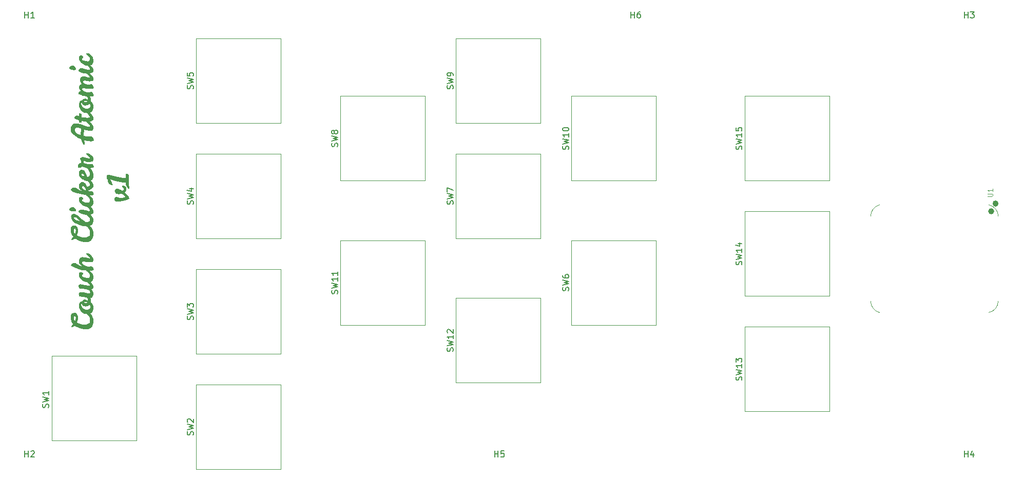
<source format=gbr>
%TF.GenerationSoftware,KiCad,Pcbnew,9.0.6*%
%TF.CreationDate,2026-01-24T17:24:49-08:00*%
%TF.ProjectId,board,626f6172-642e-46b6-9963-61645f706362,rev?*%
%TF.SameCoordinates,Original*%
%TF.FileFunction,Legend,Top*%
%TF.FilePolarity,Positive*%
%FSLAX46Y46*%
G04 Gerber Fmt 4.6, Leading zero omitted, Abs format (unit mm)*
G04 Created by KiCad (PCBNEW 9.0.6) date 2026-01-24 17:24:49*
%MOMM*%
%LPD*%
G01*
G04 APERTURE LIST*
%ADD10C,0.300000*%
%ADD11C,0.150000*%
%ADD12C,0.106680*%
%ADD13C,0.120000*%
%ADD14C,0.100000*%
%ADD15C,0.504000*%
G04 APERTURE END LIST*
D10*
G36*
X39714571Y-110655422D02*
G01*
X39849594Y-110695350D01*
X39980461Y-110763023D01*
X40154180Y-110902175D01*
X40298679Y-111081027D01*
X40412868Y-111287511D01*
X40495543Y-111513092D01*
X40546512Y-111760883D01*
X40564110Y-112034612D01*
X40540330Y-112369651D01*
X40473850Y-112648133D01*
X40369619Y-112879862D01*
X40229222Y-113072614D01*
X40050204Y-113230902D01*
X39840017Y-113345229D01*
X39592466Y-113416664D01*
X39298932Y-113441909D01*
X38937906Y-113419833D01*
X38587787Y-113354036D01*
X38245936Y-113244181D01*
X37910014Y-113088642D01*
X37701817Y-112963168D01*
X37516570Y-112827058D01*
X37382841Y-112926375D01*
X37242590Y-113003157D01*
X37103865Y-113056324D01*
X37022039Y-113069835D01*
X36939426Y-113056034D01*
X36897355Y-113021627D01*
X36882912Y-112964903D01*
X36905706Y-112895123D01*
X36978014Y-112803763D01*
X37124835Y-112651814D01*
X37219296Y-112534699D01*
X37035510Y-112280747D01*
X36909031Y-112023894D01*
X36834489Y-111760974D01*
X36809609Y-111487936D01*
X36809726Y-111486226D01*
X37307986Y-111486226D01*
X37323764Y-111642661D01*
X37370833Y-111790512D01*
X37450728Y-111932660D01*
X37567433Y-112071157D01*
X37626186Y-111824696D01*
X37646721Y-111543073D01*
X37632981Y-111396092D01*
X37599752Y-111311712D01*
X37553554Y-111267823D01*
X37491993Y-111253279D01*
X37412211Y-111267536D01*
X37357614Y-111307099D01*
X37321947Y-111375572D01*
X37307986Y-111486226D01*
X36809726Y-111486226D01*
X36825653Y-111254173D01*
X36869044Y-111073653D01*
X36934606Y-110935575D01*
X37020110Y-110831406D01*
X37126544Y-110755543D01*
X37254204Y-110711843D01*
X37418689Y-110695917D01*
X37583121Y-110720760D01*
X37728091Y-110794609D01*
X37859578Y-110923521D01*
X37954986Y-111084149D01*
X38015704Y-111283760D01*
X38037601Y-111532388D01*
X38021027Y-111783994D01*
X37970200Y-112044332D01*
X37882659Y-112315644D01*
X38183429Y-112467891D01*
X38487092Y-112574658D01*
X38795991Y-112638249D01*
X39112788Y-112659507D01*
X39377406Y-112640951D01*
X39580268Y-112590892D01*
X39734179Y-112515391D01*
X39849146Y-112416918D01*
X39931558Y-112294037D01*
X39983416Y-112141609D01*
X40002046Y-111951478D01*
X39984719Y-111737646D01*
X39932868Y-111530766D01*
X39845351Y-111328271D01*
X39719304Y-111128044D01*
X39617364Y-111008485D01*
X39491487Y-110898089D01*
X39382548Y-110791375D01*
X39355779Y-110718357D01*
X39371466Y-110682870D01*
X39430481Y-110655122D01*
X39573125Y-110642061D01*
X39714571Y-110655422D01*
G37*
G36*
X39727182Y-108005857D02*
G01*
X39874539Y-108066236D01*
X39987086Y-108162355D01*
X40072286Y-108287631D01*
X40121716Y-108417554D01*
X40138181Y-108555373D01*
X40130227Y-108761128D01*
X40109330Y-108913555D01*
X40278028Y-109080100D01*
X40404361Y-109254392D01*
X40492883Y-109437993D01*
X40546057Y-109633435D01*
X40564110Y-109844059D01*
X40543918Y-110117210D01*
X40488098Y-110337959D01*
X40401461Y-110516141D01*
X40285429Y-110659372D01*
X40138008Y-110777473D01*
X39975725Y-110860464D01*
X39795429Y-110910155D01*
X39592787Y-110925658D01*
X39306113Y-110903747D01*
X39045671Y-110834998D01*
X38806342Y-110720105D01*
X38584277Y-110556576D01*
X38431826Y-110397602D01*
X38314776Y-110222903D01*
X38230620Y-110030268D01*
X38178835Y-109816405D01*
X38160913Y-109577132D01*
X38180131Y-109316413D01*
X38229942Y-109133892D01*
X38324787Y-108944210D01*
X38397926Y-108861954D01*
X38456691Y-108840679D01*
X38492489Y-108863523D01*
X38526106Y-108967135D01*
X38544527Y-109246733D01*
X38563425Y-109444849D01*
X38615889Y-109620885D01*
X38701242Y-109779092D01*
X38821498Y-109922492D01*
X38966777Y-110039830D01*
X39128316Y-110123318D01*
X39309358Y-110174472D01*
X39514354Y-110192197D01*
X39654742Y-110177321D01*
X39774970Y-110134597D01*
X39879375Y-110064397D01*
X39959497Y-109969960D01*
X40008945Y-109851444D01*
X40026623Y-109701513D01*
X40015277Y-109546975D01*
X39983893Y-109421791D01*
X39935154Y-109320463D01*
X39806229Y-109469861D01*
X39653474Y-109574947D01*
X39472272Y-109639622D01*
X39254907Y-109662403D01*
X39102930Y-109646052D01*
X38959897Y-109590416D01*
X38821712Y-109491647D01*
X38712915Y-109363558D01*
X38647478Y-109215424D01*
X38623814Y-109040927D01*
X38629583Y-108984721D01*
X39031578Y-108984721D01*
X39044639Y-109019006D01*
X39092699Y-109052682D01*
X39210669Y-109080678D01*
X39334565Y-109066709D01*
X39436820Y-109027060D01*
X39522261Y-108962281D01*
X39354650Y-108902860D01*
X39193999Y-108883849D01*
X39094757Y-108898134D01*
X39047008Y-108932122D01*
X39031578Y-108984721D01*
X38629583Y-108984721D01*
X38641922Y-108864507D01*
X38693714Y-108737362D01*
X38775336Y-108646628D01*
X38883781Y-108582029D01*
X39013199Y-108541683D01*
X39168781Y-108527376D01*
X39407659Y-108553663D01*
X39664167Y-108636583D01*
X39664167Y-108617563D01*
X39645141Y-108481387D01*
X39595671Y-108360072D01*
X39514354Y-108249978D01*
X39410704Y-108148892D01*
X39376076Y-108103606D01*
X39365610Y-108059346D01*
X39379303Y-108022457D01*
X39426562Y-107995879D01*
X39534016Y-107983906D01*
X39727182Y-108005857D01*
G37*
G36*
X38451776Y-106718086D02*
G01*
X38336671Y-106699477D01*
X38248922Y-106646627D01*
X38181602Y-106555996D01*
X38135077Y-106414501D01*
X38116888Y-106201971D01*
X38128132Y-106119503D01*
X38157277Y-106067684D01*
X38203014Y-106037198D01*
X38300038Y-106013937D01*
X38461606Y-106004287D01*
X38733381Y-106026341D01*
X39206608Y-106111998D01*
X39671988Y-106197820D01*
X39886428Y-106214794D01*
X39946729Y-106201097D01*
X39962937Y-106167777D01*
X39943980Y-106096054D01*
X39870827Y-105990182D01*
X39668655Y-105776042D01*
X39464559Y-105576648D01*
X39386804Y-105488231D01*
X39370526Y-105447993D01*
X39384422Y-105411318D01*
X39432868Y-105384639D01*
X39543846Y-105372553D01*
X39706779Y-105391809D01*
X39869877Y-105451012D01*
X40036828Y-105555262D01*
X40210416Y-105713210D01*
X40430127Y-106114427D01*
X40523222Y-106332503D01*
X40544662Y-106437054D01*
X40539747Y-106463127D01*
X40524321Y-106581893D01*
X40482392Y-106667557D01*
X40415152Y-106728772D01*
X40282386Y-106790262D01*
X40124503Y-106823447D01*
X40276663Y-106930155D01*
X40418572Y-107084390D01*
X40491321Y-107205116D01*
X40534781Y-107335915D01*
X40549577Y-107479971D01*
X40530473Y-107736009D01*
X40478970Y-107931491D01*
X40401047Y-108079435D01*
X40318758Y-108170692D01*
X40220271Y-108235498D01*
X40102370Y-108275706D01*
X39959945Y-108289942D01*
X39834821Y-108280439D01*
X39722938Y-108252970D01*
X39458361Y-108133077D01*
X38252382Y-107990744D01*
X38188620Y-107880415D01*
X38146980Y-107736158D01*
X38131634Y-107548573D01*
X38149566Y-107447423D01*
X38200475Y-107373040D01*
X38289263Y-107318889D01*
X38431473Y-107287203D01*
X38665545Y-107280738D01*
X38861676Y-107309215D01*
X39336973Y-107434023D01*
X39616305Y-107494208D01*
X39842403Y-107512242D01*
X39934860Y-107489570D01*
X39990032Y-107424527D01*
X40011877Y-107298743D01*
X39991528Y-107197718D01*
X39926441Y-107098110D01*
X39802144Y-106995442D01*
X39595137Y-106888843D01*
X39260216Y-106775555D01*
X38877705Y-106703340D01*
X38777901Y-106710820D01*
X38657581Y-106715736D01*
X38540039Y-106718086D01*
X38451776Y-106718086D01*
G37*
G36*
X39355779Y-103681232D02*
G01*
X39370343Y-103631661D01*
X39415440Y-103599608D01*
X39509225Y-103586130D01*
X39663200Y-103604266D01*
X39835350Y-103662639D01*
X40001231Y-103756232D01*
X40167887Y-103894090D01*
X40313181Y-104066334D01*
X40441225Y-104290526D01*
X40502359Y-104454918D01*
X40540778Y-104643114D01*
X40554279Y-104859215D01*
X40532129Y-105070840D01*
X40467334Y-105260708D01*
X40359160Y-105433888D01*
X40252906Y-105540374D01*
X40126795Y-105616633D01*
X39976836Y-105664130D01*
X39797096Y-105680940D01*
X39554457Y-105667482D01*
X39333835Y-105628519D01*
X39132450Y-105565535D01*
X38851969Y-105429523D01*
X38618685Y-105260567D01*
X38424867Y-105056550D01*
X38281660Y-104829937D01*
X38212522Y-104665754D01*
X38173418Y-104513776D01*
X38160913Y-104371523D01*
X38176112Y-104219417D01*
X38215797Y-104115138D01*
X38275338Y-104045510D01*
X38356407Y-104003079D01*
X38466522Y-103987696D01*
X38628448Y-104007328D01*
X38745203Y-104060358D01*
X38827594Y-104139193D01*
X38850349Y-104209957D01*
X38833241Y-104303858D01*
X38781961Y-104384132D01*
X38729180Y-104462267D01*
X38711009Y-104542921D01*
X38728974Y-104623186D01*
X38794998Y-104707479D01*
X38890661Y-104778426D01*
X39017473Y-104840195D01*
X39202428Y-104898057D01*
X39413997Y-104934612D01*
X39656259Y-104947478D01*
X39762162Y-104927584D01*
X39846652Y-104876084D01*
X39914851Y-104789331D01*
X39958231Y-104676469D01*
X39975332Y-104538433D01*
X39953597Y-104398511D01*
X39880657Y-104259965D01*
X39668655Y-104013982D01*
X39454728Y-103815016D01*
X39374110Y-103729173D01*
X39355779Y-103681232D01*
G37*
G36*
X38873003Y-102213027D02*
G01*
X38779702Y-102235057D01*
X38724931Y-102297306D01*
X38703529Y-102415840D01*
X38719261Y-102505747D01*
X38769975Y-102600267D01*
X38865752Y-102703419D01*
X39021961Y-102817833D01*
X39240077Y-102936073D01*
X39455870Y-103017882D01*
X39671219Y-103065954D01*
X39895831Y-103046506D01*
X40116596Y-103036675D01*
X40282345Y-103058668D01*
X40397249Y-103117658D01*
X40475205Y-103211706D01*
X40558767Y-103361732D01*
X40588188Y-103437941D01*
X40598518Y-103529496D01*
X40586211Y-103586878D01*
X40546862Y-103642178D01*
X40471145Y-103697901D01*
X40324369Y-103749092D01*
X40077487Y-103770136D01*
X39582860Y-103756883D01*
X39157345Y-103719717D01*
X38793288Y-103662212D01*
X38383088Y-103563747D01*
X37947378Y-103423299D01*
X37483644Y-103237018D01*
X36989341Y-103000558D01*
X36912250Y-102944155D01*
X36869589Y-102876574D01*
X36856198Y-102793684D01*
X36875435Y-102713325D01*
X36933017Y-102640687D01*
X37042342Y-102572705D01*
X37221089Y-102507457D01*
X37349874Y-102490853D01*
X37471891Y-102501901D01*
X37589446Y-102530176D01*
X37815981Y-102623569D01*
X38041661Y-102751155D01*
X38287644Y-102890282D01*
X38637919Y-102969997D01*
X38486096Y-102865401D01*
X38365445Y-102746021D01*
X38272469Y-102610928D01*
X38205365Y-102457942D01*
X38176052Y-102335576D01*
X38165828Y-102196358D01*
X38185115Y-101977423D01*
X38237242Y-101811795D01*
X38317137Y-101687294D01*
X38428498Y-101592708D01*
X38567334Y-101534510D01*
X38741997Y-101513760D01*
X39015461Y-101531328D01*
X39295299Y-101584926D01*
X39694514Y-101687936D01*
X39888565Y-101719565D01*
X39947025Y-101705984D01*
X39962937Y-101672548D01*
X39943980Y-101600826D01*
X39870827Y-101494953D01*
X39668655Y-101280813D01*
X39464559Y-101081419D01*
X39386831Y-100992970D01*
X39370526Y-100952551D01*
X39384403Y-100916001D01*
X39432830Y-100889387D01*
X39543846Y-100877324D01*
X39706779Y-100896580D01*
X39869877Y-100955784D01*
X40036828Y-101060033D01*
X40210416Y-101217982D01*
X40429519Y-101618700D01*
X40522954Y-101839103D01*
X40544662Y-101946741D01*
X40539747Y-101968967D01*
X40517358Y-102103777D01*
X40453405Y-102207239D01*
X40342802Y-102287263D01*
X40168809Y-102342925D01*
X39906089Y-102364763D01*
X39642217Y-102351371D01*
X39410490Y-102313258D01*
X39082441Y-102237390D01*
X38873003Y-102213027D01*
G37*
G36*
X39714571Y-96242652D02*
G01*
X39849594Y-96282580D01*
X39980461Y-96350252D01*
X40154180Y-96489404D01*
X40298679Y-96668257D01*
X40412868Y-96874741D01*
X40495543Y-97100322D01*
X40546512Y-97348113D01*
X40564110Y-97621842D01*
X40540330Y-97956881D01*
X40473850Y-98235363D01*
X40369619Y-98467092D01*
X40229222Y-98659843D01*
X40050204Y-98818131D01*
X39840017Y-98932459D01*
X39592466Y-99003894D01*
X39298932Y-99029138D01*
X38937906Y-99007063D01*
X38587787Y-98941265D01*
X38245936Y-98831411D01*
X37910014Y-98675872D01*
X37701817Y-98550397D01*
X37516570Y-98414288D01*
X37382841Y-98513605D01*
X37242590Y-98590387D01*
X37103865Y-98643553D01*
X37022039Y-98657065D01*
X36939426Y-98643264D01*
X36897355Y-98608856D01*
X36882912Y-98552132D01*
X36905706Y-98482353D01*
X36978014Y-98390993D01*
X37124835Y-98239043D01*
X37219296Y-98121929D01*
X37035510Y-97867977D01*
X36909031Y-97611124D01*
X36834489Y-97348204D01*
X36809609Y-97075165D01*
X36809726Y-97073455D01*
X37307986Y-97073455D01*
X37323764Y-97229890D01*
X37370833Y-97377741D01*
X37450728Y-97519890D01*
X37567433Y-97658386D01*
X37626186Y-97411925D01*
X37646721Y-97130303D01*
X37632981Y-96983322D01*
X37599752Y-96898942D01*
X37553554Y-96855053D01*
X37491993Y-96840509D01*
X37412211Y-96854766D01*
X37357614Y-96894329D01*
X37321947Y-96962801D01*
X37307986Y-97073455D01*
X36809726Y-97073455D01*
X36825653Y-96841402D01*
X36869044Y-96660883D01*
X36934606Y-96522804D01*
X37020110Y-96418636D01*
X37126544Y-96342772D01*
X37254204Y-96299072D01*
X37418689Y-96283147D01*
X37583121Y-96307990D01*
X37728091Y-96381839D01*
X37859578Y-96510750D01*
X37954986Y-96671379D01*
X38015704Y-96870989D01*
X38037601Y-97119617D01*
X38021027Y-97371224D01*
X37970200Y-97631562D01*
X37882659Y-97902874D01*
X38183429Y-98055120D01*
X38487092Y-98161888D01*
X38795991Y-98225479D01*
X39112788Y-98246737D01*
X39377406Y-98228181D01*
X39580268Y-98178122D01*
X39734179Y-98102621D01*
X39849146Y-98004148D01*
X39931558Y-97881266D01*
X39983416Y-97728838D01*
X40002046Y-97538707D01*
X39984719Y-97324875D01*
X39932868Y-97117996D01*
X39845351Y-96915501D01*
X39719304Y-96715273D01*
X39617364Y-96595714D01*
X39491487Y-96485319D01*
X39382548Y-96378605D01*
X39355779Y-96305586D01*
X39371466Y-96270099D01*
X39430481Y-96242351D01*
X39573125Y-96229291D01*
X39714571Y-96242652D01*
G37*
G36*
X39709987Y-94347111D02*
G01*
X39887069Y-94416368D01*
X40053557Y-94521016D01*
X40207210Y-94655299D01*
X40339021Y-94813463D01*
X40446141Y-94995315D01*
X40516662Y-95191293D01*
X40539747Y-95389615D01*
X40517406Y-95669669D01*
X40451395Y-95896843D01*
X40346240Y-96081713D01*
X40201505Y-96231776D01*
X40011877Y-96350680D01*
X39883698Y-96398028D01*
X39728771Y-96428590D01*
X39541923Y-96439584D01*
X39255455Y-96427717D01*
X38940322Y-96390430D01*
X38521944Y-96303739D01*
X38130450Y-96177647D01*
X37762980Y-96012587D01*
X37503067Y-95858577D01*
X37291744Y-95693514D01*
X37094469Y-95483124D01*
X36962587Y-95270998D01*
X36886992Y-95053775D01*
X36879702Y-94983347D01*
X37356927Y-94983347D01*
X37372102Y-95054721D01*
X37423992Y-95137359D01*
X37528300Y-95236784D01*
X37707201Y-95357558D01*
X37947878Y-95477492D01*
X38241306Y-95579647D01*
X38596245Y-95661030D01*
X38378024Y-95511059D01*
X38198099Y-95373159D01*
X37899329Y-95130809D01*
X37670443Y-94970097D01*
X37566192Y-94925963D01*
X37462714Y-94911754D01*
X37398872Y-94921571D01*
X37367383Y-94945407D01*
X37356927Y-94983347D01*
X36879702Y-94983347D01*
X36863464Y-94826482D01*
X36877673Y-94688860D01*
X36917243Y-94579138D01*
X36980365Y-94491167D01*
X37065704Y-94425469D01*
X37174955Y-94384107D01*
X37315253Y-94369138D01*
X37457393Y-94382723D01*
X37602312Y-94424457D01*
X37752295Y-94497151D01*
X37969043Y-94638780D01*
X38203869Y-94823704D01*
X38691347Y-95262242D01*
X38954014Y-95497165D01*
X39242512Y-95730486D01*
X39435922Y-95730486D01*
X39613724Y-95715272D01*
X39741897Y-95675053D01*
X39832786Y-95614868D01*
X39903710Y-95531474D01*
X39944426Y-95442715D01*
X39958021Y-95345590D01*
X39933775Y-95149047D01*
X39860773Y-94963284D01*
X39734284Y-94783429D01*
X39544274Y-94606572D01*
X39401767Y-94472777D01*
X39370526Y-94400553D01*
X39384316Y-94363767D01*
X39432143Y-94337141D01*
X39541282Y-94325113D01*
X39709987Y-94347111D01*
G37*
G36*
X40539747Y-94033823D02*
G01*
X40518695Y-94172480D01*
X40457816Y-94285622D01*
X40353206Y-94379912D01*
X40192131Y-94456240D01*
X39955018Y-94509638D01*
X39617150Y-94530277D01*
X39285020Y-94515893D01*
X38983471Y-94474399D01*
X38709299Y-94407820D01*
X38431229Y-94307482D01*
X38253263Y-94213961D01*
X38148102Y-94127881D01*
X38094243Y-94047925D01*
X38077779Y-93970136D01*
X38097023Y-93884192D01*
X38157253Y-93808185D01*
X38272685Y-93738686D01*
X38422172Y-93687632D01*
X38564616Y-93674572D01*
X38796426Y-93697477D01*
X39256617Y-93792114D01*
X39648469Y-93885455D01*
X39787265Y-93904527D01*
X39876692Y-93890549D01*
X39925537Y-93855373D01*
X39953345Y-93802165D01*
X39962937Y-93737831D01*
X39944171Y-93668152D01*
X39870827Y-93562587D01*
X39668655Y-93348447D01*
X39464559Y-93149053D01*
X39386831Y-93060603D01*
X39370526Y-93020184D01*
X39384403Y-92983635D01*
X39432830Y-92957020D01*
X39543846Y-92944957D01*
X39706469Y-92964423D01*
X39870490Y-93024492D01*
X40039709Y-93130706D01*
X40217041Y-93292240D01*
X40365676Y-93477045D01*
X40465465Y-93660343D01*
X40522477Y-93844779D01*
X40539747Y-94033823D01*
G37*
G36*
X37694806Y-93836780D02*
G01*
X37556165Y-93912766D01*
X37414471Y-93957252D01*
X37267167Y-93972060D01*
X37051600Y-93952749D01*
X36889537Y-93900680D01*
X36750814Y-93825930D01*
X36666635Y-93764117D01*
X36611547Y-93692457D01*
X36593973Y-93612809D01*
X36613165Y-93529084D01*
X36675966Y-93445378D01*
X36799778Y-93357636D01*
X37000871Y-93268181D01*
X37144496Y-93243514D01*
X37307680Y-93264662D01*
X37439924Y-93324799D01*
X37548627Y-93424528D01*
X37630179Y-93551480D01*
X37678460Y-93687745D01*
X37694806Y-93836780D01*
G37*
G36*
X39355779Y-91251713D02*
G01*
X39370343Y-91202143D01*
X39415440Y-91170089D01*
X39509225Y-91156611D01*
X39663200Y-91174747D01*
X39835350Y-91233120D01*
X40001231Y-91326714D01*
X40167887Y-91464571D01*
X40313181Y-91636816D01*
X40441225Y-91861008D01*
X40502359Y-92025400D01*
X40540778Y-92213595D01*
X40554279Y-92429697D01*
X40532129Y-92641321D01*
X40467334Y-92831190D01*
X40359160Y-93004370D01*
X40252906Y-93110856D01*
X40126795Y-93187114D01*
X39976836Y-93234612D01*
X39797096Y-93251421D01*
X39554457Y-93237963D01*
X39333835Y-93199000D01*
X39132450Y-93136016D01*
X38851969Y-93000004D01*
X38618685Y-92831049D01*
X38424867Y-92627031D01*
X38281660Y-92400418D01*
X38212522Y-92236236D01*
X38173418Y-92084258D01*
X38160913Y-91942005D01*
X38176112Y-91789899D01*
X38215797Y-91685620D01*
X38275338Y-91615991D01*
X38356407Y-91573560D01*
X38466522Y-91558177D01*
X38628448Y-91577809D01*
X38745203Y-91630839D01*
X38827594Y-91709674D01*
X38850349Y-91780438D01*
X38833241Y-91874339D01*
X38781961Y-91954614D01*
X38729180Y-92032749D01*
X38711009Y-92113402D01*
X38728974Y-92193667D01*
X38794998Y-92277961D01*
X38890661Y-92348908D01*
X39017473Y-92410676D01*
X39202428Y-92468538D01*
X39413997Y-92505094D01*
X39656259Y-92517960D01*
X39762162Y-92498066D01*
X39846652Y-92446565D01*
X39914851Y-92359813D01*
X39958231Y-92246950D01*
X39975332Y-92108914D01*
X39953597Y-91968993D01*
X39880657Y-91830447D01*
X39668655Y-91584464D01*
X39454728Y-91385497D01*
X39374110Y-91299655D01*
X39355779Y-91251713D01*
G37*
G36*
X39709964Y-88676918D02*
G01*
X39875773Y-88733913D01*
X40044701Y-88833641D01*
X40219392Y-88983583D01*
X40365830Y-89157094D01*
X40465450Y-89334343D01*
X40523506Y-89517927D01*
X40542097Y-89711488D01*
X40519427Y-89850796D01*
X40450419Y-89988571D01*
X40325255Y-90129597D01*
X40127472Y-90276348D01*
X39835350Y-90429134D01*
X39468192Y-90584289D01*
X40106979Y-90616987D01*
X40292481Y-90627032D01*
X40376244Y-90653073D01*
X40445072Y-90712517D01*
X40533129Y-90847145D01*
X40582578Y-90976439D01*
X40598518Y-91103611D01*
X40575365Y-91196121D01*
X40504119Y-91266976D01*
X40364090Y-91318924D01*
X40116596Y-91340618D01*
X39660721Y-91323313D01*
X39182756Y-91270172D01*
X38680662Y-91179051D01*
X37979573Y-91006719D01*
X37550764Y-90862757D01*
X37204152Y-90711067D01*
X37042342Y-90621903D01*
X36929139Y-90536145D01*
X36883981Y-90485127D01*
X36861363Y-90431963D01*
X36853634Y-90371218D01*
X36867669Y-90309572D01*
X36916038Y-90237861D01*
X36988660Y-90170226D01*
X37104532Y-90088904D01*
X37232478Y-90027990D01*
X37352011Y-90007479D01*
X37472020Y-90015994D01*
X37589659Y-90046802D01*
X37816408Y-90157505D01*
X38042089Y-90309669D01*
X38287644Y-90475082D01*
X38696690Y-90530647D01*
X38525409Y-90433571D01*
X38390055Y-90318286D01*
X38285862Y-90184133D01*
X38210281Y-90028637D01*
X38201069Y-89993588D01*
X38703529Y-89993588D01*
X38720613Y-90077716D01*
X38778327Y-90173470D01*
X38892833Y-90286689D01*
X39087143Y-90422082D01*
X39306198Y-90534922D01*
X39273818Y-90283850D01*
X39214964Y-90095342D01*
X39134907Y-89956047D01*
X39035424Y-89855743D01*
X38955308Y-89812223D01*
X38873003Y-89798255D01*
X38779088Y-89819822D01*
X38724609Y-89880103D01*
X38703529Y-89993588D01*
X38201069Y-89993588D01*
X38177585Y-89904240D01*
X38165828Y-89752093D01*
X38184833Y-89546699D01*
X38236677Y-89388756D01*
X38317137Y-89267607D01*
X38428667Y-89176799D01*
X38573106Y-89119700D01*
X38760590Y-89098988D01*
X38897835Y-89116335D01*
X39023791Y-89168038D01*
X39142227Y-89256988D01*
X39255121Y-89390278D01*
X39370518Y-89591644D01*
X39434288Y-89782964D01*
X39452805Y-89968584D01*
X39662557Y-89899004D01*
X39804312Y-89819626D01*
X39894827Y-89732998D01*
X39945898Y-89638401D01*
X39962937Y-89531755D01*
X39940017Y-89389741D01*
X39870827Y-89261195D01*
X39773662Y-89145293D01*
X39668655Y-89042354D01*
X39464773Y-88870315D01*
X39390629Y-88791878D01*
X39370526Y-88727128D01*
X39383813Y-88694296D01*
X39431653Y-88669663D01*
X39543846Y-88658312D01*
X39709964Y-88676918D01*
G37*
G36*
X39654841Y-86629863D02*
G01*
X39823382Y-86686601D01*
X39986370Y-86781345D01*
X40155919Y-86933011D01*
X40294544Y-87107585D01*
X40404262Y-87306824D01*
X40485336Y-87534308D01*
X40536350Y-87794640D01*
X40554279Y-88093257D01*
X40534725Y-88327904D01*
X40480443Y-88517622D01*
X40395349Y-88671236D01*
X40279563Y-88795157D01*
X40129419Y-88892755D01*
X39963628Y-88945777D01*
X39705627Y-88966913D01*
X39429427Y-88940793D01*
X39132664Y-88858775D01*
X38851685Y-88730692D01*
X38618685Y-88571118D01*
X38483652Y-88443553D01*
X38371849Y-88305216D01*
X38281660Y-88155233D01*
X38214590Y-87994059D01*
X38180951Y-87853471D01*
X38610350Y-87853471D01*
X38626590Y-87932965D01*
X38677349Y-88005734D01*
X38773261Y-88075095D01*
X38933088Y-88140135D01*
X39181604Y-88196480D01*
X39067909Y-88016320D01*
X38965327Y-87857532D01*
X38887090Y-87772902D01*
X38808179Y-87725551D01*
X38725755Y-87708360D01*
X38662774Y-87723783D01*
X38625215Y-87768003D01*
X38610350Y-87853471D01*
X38180951Y-87853471D01*
X38174443Y-87826272D01*
X38160913Y-87649803D01*
X38177606Y-87475249D01*
X38223426Y-87339579D01*
X38295124Y-87234132D01*
X38392638Y-87153067D01*
X38506685Y-87104434D01*
X38642407Y-87087526D01*
X38781001Y-87100339D01*
X38895897Y-87136431D01*
X38991827Y-87194168D01*
X39115328Y-87314188D01*
X39219003Y-87467934D01*
X39303800Y-87641337D01*
X39381211Y-87838511D01*
X39538504Y-88233452D01*
X39656259Y-88233452D01*
X39762427Y-88214402D01*
X39841677Y-88166898D01*
X39900533Y-88089196D01*
X39955294Y-87942288D01*
X39977683Y-87770123D01*
X39959992Y-87587883D01*
X39906157Y-87406506D01*
X39813170Y-87223067D01*
X39675707Y-87035166D01*
X39466910Y-86819530D01*
X39388523Y-86735819D01*
X39370526Y-86688097D01*
X39383025Y-86649891D01*
X39423662Y-86623937D01*
X39511790Y-86612656D01*
X39654841Y-86629863D01*
G37*
G36*
X39695369Y-86140993D02*
G01*
X40292695Y-86111714D01*
X40367721Y-86124553D01*
X40438825Y-86164219D01*
X40508758Y-86236522D01*
X40559266Y-86324379D01*
X40591675Y-86434910D01*
X40603433Y-86573974D01*
X40589014Y-86649817D01*
X40547400Y-86706616D01*
X40473282Y-86748791D01*
X40328272Y-86782507D01*
X40097148Y-86796235D01*
X39610145Y-86781503D01*
X39290170Y-86744731D01*
X39001278Y-86669946D01*
X38703102Y-86543200D01*
X38550151Y-86679500D01*
X38428574Y-86747201D01*
X38329318Y-86766743D01*
X38204426Y-86751181D01*
X38114801Y-86709127D01*
X38051131Y-86642312D01*
X38009935Y-86545457D01*
X37994431Y-86407492D01*
X38014392Y-86293673D01*
X38075929Y-86187173D01*
X38188268Y-86083718D01*
X38330170Y-85999463D01*
X38495587Y-85941385D01*
X38512116Y-85872280D01*
X38518454Y-85775758D01*
X38497620Y-85632660D01*
X38425916Y-85450702D01*
X38362444Y-85323329D01*
X38332310Y-85217541D01*
X38348670Y-85159875D01*
X38406724Y-85094791D01*
X38530582Y-85017641D01*
X38755034Y-84926465D01*
X39124543Y-85022635D01*
X39550258Y-85142314D01*
X39779863Y-85198801D01*
X39881298Y-85213053D01*
X39946095Y-85200977D01*
X39962937Y-85168601D01*
X39943980Y-85096879D01*
X39870827Y-84991006D01*
X39668655Y-84776866D01*
X39464559Y-84577472D01*
X39386804Y-84489055D01*
X39370526Y-84448817D01*
X39384422Y-84412143D01*
X39432868Y-84385463D01*
X39543846Y-84373377D01*
X39705997Y-84390436D01*
X39869871Y-84442829D01*
X40038523Y-84534449D01*
X40214476Y-84671720D01*
X40363495Y-84832579D01*
X40463949Y-84998043D01*
X40521917Y-85170771D01*
X40539747Y-85354745D01*
X40518504Y-85497303D01*
X40458112Y-85609165D01*
X40356168Y-85697967D01*
X40229074Y-85760398D01*
X40082035Y-85800630D01*
X39911005Y-85817005D01*
X39572379Y-85791879D01*
X39253280Y-85717652D01*
X38949726Y-85594316D01*
X38977318Y-85692752D01*
X38987553Y-85822134D01*
X38978577Y-86010628D01*
X39346590Y-86097182D01*
X39532113Y-86130560D01*
X39695369Y-86140993D01*
G37*
G36*
X39715190Y-79035037D02*
G01*
X39887282Y-79116050D01*
X40053345Y-79233735D01*
X40207424Y-79384473D01*
X40339462Y-79558239D01*
X40446141Y-79751203D01*
X40517175Y-79954178D01*
X40539747Y-80145503D01*
X40520331Y-80334404D01*
X40469600Y-80463657D01*
X40393140Y-80549847D01*
X40289145Y-80608348D01*
X40149280Y-80647147D01*
X39963150Y-80661618D01*
X39771949Y-80644286D01*
X39465479Y-80579217D01*
X39001658Y-80443632D01*
X38972807Y-81418588D01*
X38972807Y-81481419D01*
X39518396Y-81546151D01*
X40106765Y-81568400D01*
X40236854Y-81582650D01*
X40337631Y-81622001D01*
X40415922Y-81684618D01*
X40475419Y-81773137D01*
X40558981Y-81952656D01*
X40588524Y-82041740D01*
X40598518Y-82138372D01*
X40575506Y-82239898D01*
X40507007Y-82314997D01*
X40377382Y-82368263D01*
X40153996Y-82390125D01*
X39859475Y-82371535D01*
X39488973Y-82309153D01*
X39027731Y-82191800D01*
X39075602Y-82561309D01*
X39100179Y-82822252D01*
X39083583Y-82898801D01*
X39044187Y-82918850D01*
X38954513Y-82897457D01*
X38855175Y-82824420D01*
X38739860Y-82675859D01*
X38652070Y-82506138D01*
X38574403Y-82289230D01*
X38509478Y-82015914D01*
X38028099Y-81801328D01*
X37644680Y-81580263D01*
X37344714Y-81354349D01*
X37115695Y-81124019D01*
X36947453Y-80888367D01*
X36864812Y-80719229D01*
X36816059Y-80545929D01*
X36808627Y-80463721D01*
X37484299Y-80463721D01*
X37500875Y-80616839D01*
X37549924Y-80757658D01*
X37632864Y-80889609D01*
X37754218Y-81014885D01*
X37944246Y-81151413D01*
X38180104Y-81270574D01*
X38469727Y-81370503D01*
X38484046Y-80272875D01*
X38119023Y-80177075D01*
X37903389Y-80152341D01*
X37735089Y-80168306D01*
X37620868Y-80209688D01*
X37545673Y-80271002D01*
X37500516Y-80353267D01*
X37484299Y-80463721D01*
X36808627Y-80463721D01*
X36799778Y-80365840D01*
X36821343Y-80118503D01*
X36875573Y-79923934D01*
X36957603Y-79771529D01*
X37066278Y-79653323D01*
X37202050Y-79560118D01*
X37359796Y-79491320D01*
X37543531Y-79447550D01*
X37758279Y-79431276D01*
X38041818Y-79454141D01*
X38407751Y-79535687D01*
X38875354Y-79693501D01*
X39354711Y-79874515D01*
X39561371Y-79939679D01*
X39700711Y-79957436D01*
X39897327Y-79938843D01*
X39946525Y-79907654D01*
X39962937Y-79851648D01*
X39933896Y-79769321D01*
X39798235Y-79587991D01*
X39455797Y-79234660D01*
X39373585Y-79146635D01*
X39355779Y-79102586D01*
X39373386Y-79059748D01*
X39437262Y-79027374D01*
X39587871Y-79012399D01*
X39715190Y-79035037D01*
G37*
G36*
X40254227Y-79053432D02*
G01*
X40116672Y-79100929D01*
X39948832Y-79134643D01*
X39756726Y-79152165D01*
X39460499Y-79159220D01*
X39122421Y-79134151D01*
X38620181Y-79043387D01*
X38620181Y-79255176D01*
X38605484Y-79305246D01*
X38564402Y-79320786D01*
X38451148Y-79314636D01*
X38368855Y-79298560D01*
X38291627Y-79263723D01*
X38190405Y-79189780D01*
X38190405Y-79069033D01*
X38185704Y-78927341D01*
X37846352Y-78804917D01*
X37633000Y-78696796D01*
X37510113Y-78602291D01*
X37449285Y-78519075D01*
X37431298Y-78442214D01*
X37448130Y-78351986D01*
X37492700Y-78277058D01*
X37568783Y-78213554D01*
X37686044Y-78161396D01*
X37835643Y-78116516D01*
X38181002Y-78313345D01*
X38190405Y-77889340D01*
X38197577Y-77808113D01*
X38210281Y-77787826D01*
X38265632Y-77779278D01*
X38359613Y-77788694D01*
X38490244Y-77822020D01*
X38598276Y-77875451D01*
X38620181Y-77923748D01*
X38596032Y-78407165D01*
X39163486Y-78486228D01*
X39575048Y-78508892D01*
X39836194Y-78489480D01*
X39938197Y-78449791D01*
X39962937Y-78403105D01*
X39935140Y-78298005D01*
X39809491Y-78068645D01*
X39649419Y-77848071D01*
X39513286Y-77716874D01*
X39397772Y-77606257D01*
X39370526Y-77536501D01*
X39384325Y-77499724D01*
X39432204Y-77473093D01*
X39541496Y-77461060D01*
X39652191Y-77473374D01*
X39766722Y-77511638D01*
X39887496Y-77579457D01*
X40053318Y-77711528D01*
X40207637Y-77877372D01*
X40339410Y-78065844D01*
X40446354Y-78275732D01*
X40518640Y-78490167D01*
X40539747Y-78658277D01*
X40518649Y-78808447D01*
X40462383Y-78909390D01*
X40374300Y-78987161D01*
X40254227Y-79053432D01*
G37*
G36*
X39727182Y-74824001D02*
G01*
X39874539Y-74884380D01*
X39987086Y-74980499D01*
X40072286Y-75105775D01*
X40121716Y-75235698D01*
X40138181Y-75373516D01*
X40130227Y-75579272D01*
X40109330Y-75731699D01*
X40278028Y-75898244D01*
X40404361Y-76072536D01*
X40492883Y-76256137D01*
X40546057Y-76451579D01*
X40564110Y-76662203D01*
X40543918Y-76935353D01*
X40488098Y-77156102D01*
X40401461Y-77334284D01*
X40285429Y-77477516D01*
X40138008Y-77595617D01*
X39975725Y-77678607D01*
X39795429Y-77728299D01*
X39592787Y-77743802D01*
X39306113Y-77721890D01*
X39045671Y-77653142D01*
X38806342Y-77538248D01*
X38584277Y-77374720D01*
X38431826Y-77215745D01*
X38314776Y-77041046D01*
X38230620Y-76848412D01*
X38178835Y-76634548D01*
X38160913Y-76395276D01*
X38180131Y-76134556D01*
X38229942Y-75952036D01*
X38324787Y-75762354D01*
X38397926Y-75680098D01*
X38456691Y-75658823D01*
X38492489Y-75681667D01*
X38526106Y-75785279D01*
X38544527Y-76064876D01*
X38563425Y-76262992D01*
X38615889Y-76439029D01*
X38701242Y-76597235D01*
X38821498Y-76740635D01*
X38966777Y-76857974D01*
X39128316Y-76941462D01*
X39309358Y-76992616D01*
X39514354Y-77010340D01*
X39654742Y-76995464D01*
X39774970Y-76952740D01*
X39879375Y-76882540D01*
X39959497Y-76788103D01*
X40008945Y-76669588D01*
X40026623Y-76519657D01*
X40015277Y-76365119D01*
X39983893Y-76239934D01*
X39935154Y-76138607D01*
X39806229Y-76288005D01*
X39653474Y-76393090D01*
X39472272Y-76457766D01*
X39254907Y-76480547D01*
X39102930Y-76464195D01*
X38959897Y-76408560D01*
X38821712Y-76309791D01*
X38712915Y-76181701D01*
X38647478Y-76033567D01*
X38623814Y-75859071D01*
X38629583Y-75802865D01*
X39031578Y-75802865D01*
X39044639Y-75837149D01*
X39092699Y-75870825D01*
X39210669Y-75898822D01*
X39334565Y-75884853D01*
X39436820Y-75845203D01*
X39522261Y-75780425D01*
X39354650Y-75721003D01*
X39193999Y-75701993D01*
X39094757Y-75716278D01*
X39047008Y-75750266D01*
X39031578Y-75802865D01*
X38629583Y-75802865D01*
X38641922Y-75682651D01*
X38693714Y-75555506D01*
X38775336Y-75464772D01*
X38883781Y-75400173D01*
X39013199Y-75359827D01*
X39168781Y-75345520D01*
X39407659Y-75371807D01*
X39664167Y-75454727D01*
X39664167Y-75435707D01*
X39645141Y-75299531D01*
X39595671Y-75178216D01*
X39514354Y-75068121D01*
X39410704Y-74967035D01*
X39376076Y-74921749D01*
X39365610Y-74877490D01*
X39379303Y-74840601D01*
X39426562Y-74814023D01*
X39534016Y-74802049D01*
X39727182Y-74824001D01*
G37*
G36*
X39029654Y-72375771D02*
G01*
X38943992Y-72395522D01*
X38894214Y-72450814D01*
X38874926Y-72555076D01*
X38894654Y-72627605D01*
X38966353Y-72717654D01*
X39120268Y-72833971D01*
X39374645Y-72967490D01*
X39647497Y-73057300D01*
X39656259Y-73057300D01*
X39822203Y-73044805D01*
X39997985Y-73006009D01*
X40162096Y-72964460D01*
X40243969Y-72954505D01*
X40313532Y-72972033D01*
X40389708Y-73032254D01*
X40477315Y-73156286D01*
X40578429Y-73375091D01*
X40603433Y-73490282D01*
X40589014Y-73566124D01*
X40547400Y-73622923D01*
X40473282Y-73665099D01*
X40331492Y-73699202D01*
X40124503Y-73712543D01*
X39712466Y-73700361D01*
X39354711Y-73675784D01*
X39065772Y-73651421D01*
X38863172Y-73639026D01*
X38771244Y-73656828D01*
X38721581Y-73703517D01*
X38703529Y-73785419D01*
X38729929Y-73869526D01*
X38830485Y-73980245D01*
X39055941Y-74131206D01*
X39299147Y-74252328D01*
X39480689Y-74313120D01*
X39615013Y-74330386D01*
X39816885Y-74317185D01*
X39997985Y-74279095D01*
X40162096Y-74237545D01*
X40243969Y-74227590D01*
X40313532Y-74245118D01*
X40389708Y-74305339D01*
X40477315Y-74429371D01*
X40578429Y-74648176D01*
X40603433Y-74763367D01*
X40589014Y-74839209D01*
X40547400Y-74896009D01*
X40473282Y-74938184D01*
X40325915Y-74971654D01*
X40077487Y-74985628D01*
X39429965Y-74969398D01*
X39072610Y-74931773D01*
X38775132Y-74862397D01*
X38487760Y-74751679D01*
X38208143Y-74597740D01*
X38124635Y-74529782D01*
X38081343Y-74465175D01*
X38067948Y-74400911D01*
X38092009Y-74304054D01*
X38172659Y-74204290D01*
X38335943Y-74096371D01*
X38452417Y-74041019D01*
X38322866Y-73915671D01*
X38234974Y-73783822D01*
X38183267Y-73643251D01*
X38165828Y-73490282D01*
X38181522Y-73353164D01*
X38228093Y-73226952D01*
X38307306Y-73108378D01*
X38410884Y-73013785D01*
X38527585Y-72958575D01*
X38662282Y-72939759D01*
X38696690Y-72939759D01*
X38536125Y-72782408D01*
X38425669Y-72611988D01*
X38359735Y-72425315D01*
X38337226Y-72217197D01*
X38354584Y-72044323D01*
X38402049Y-71911954D01*
X38476353Y-71810716D01*
X38576234Y-71733378D01*
X38688764Y-71687382D01*
X38818079Y-71671589D01*
X39015313Y-71679368D01*
X39182459Y-71701081D01*
X39486572Y-71767332D01*
X39738539Y-71833369D01*
X39905662Y-71862648D01*
X39951167Y-71853003D01*
X39962937Y-71830377D01*
X39943980Y-71758655D01*
X39870827Y-71652782D01*
X39668655Y-71438642D01*
X39464559Y-71239248D01*
X39386831Y-71150798D01*
X39370526Y-71110380D01*
X39384403Y-71073830D01*
X39432830Y-71047216D01*
X39543846Y-71035153D01*
X39706465Y-71054649D01*
X39870100Y-71114761D01*
X40038545Y-71220973D01*
X40214690Y-71382436D01*
X40362349Y-71567021D01*
X40462364Y-71750335D01*
X40520514Y-71934900D01*
X40539747Y-72124018D01*
X40518273Y-72242946D01*
X40455757Y-72336203D01*
X40344692Y-72410196D01*
X40165809Y-72462676D01*
X39891343Y-72483482D01*
X39714835Y-72471916D01*
X39445111Y-72429627D01*
X39179391Y-72386743D01*
X39029654Y-72375771D01*
G37*
G36*
X40539747Y-70696419D02*
G01*
X40518695Y-70835076D01*
X40457816Y-70948218D01*
X40353206Y-71042508D01*
X40192131Y-71118836D01*
X39955018Y-71172234D01*
X39617150Y-71192873D01*
X39285020Y-71178489D01*
X38983471Y-71136995D01*
X38709299Y-71070415D01*
X38431229Y-70970078D01*
X38253263Y-70876557D01*
X38148102Y-70790477D01*
X38094243Y-70710521D01*
X38077779Y-70632732D01*
X38097023Y-70546788D01*
X38157253Y-70470781D01*
X38272685Y-70401282D01*
X38422172Y-70350228D01*
X38564616Y-70337168D01*
X38796426Y-70360073D01*
X39256617Y-70454710D01*
X39648469Y-70548051D01*
X39787265Y-70567123D01*
X39876692Y-70553145D01*
X39925537Y-70517969D01*
X39953345Y-70464761D01*
X39962937Y-70400427D01*
X39944171Y-70330748D01*
X39870827Y-70225183D01*
X39668655Y-70011043D01*
X39464559Y-69811649D01*
X39386831Y-69723199D01*
X39370526Y-69682780D01*
X39384403Y-69646231D01*
X39432830Y-69619616D01*
X39543846Y-69607553D01*
X39706469Y-69627019D01*
X39870490Y-69687088D01*
X40039709Y-69793302D01*
X40217041Y-69954836D01*
X40365676Y-70139641D01*
X40465465Y-70322939D01*
X40522477Y-70507375D01*
X40539747Y-70696419D01*
G37*
G36*
X37694806Y-70499376D02*
G01*
X37556165Y-70575362D01*
X37414471Y-70619848D01*
X37267167Y-70634656D01*
X37051600Y-70615345D01*
X36889537Y-70563276D01*
X36750814Y-70488526D01*
X36666635Y-70426713D01*
X36611547Y-70355053D01*
X36593973Y-70275405D01*
X36613165Y-70191680D01*
X36675966Y-70107974D01*
X36799778Y-70020232D01*
X37000871Y-69930777D01*
X37144496Y-69906110D01*
X37307680Y-69927258D01*
X37439924Y-69987395D01*
X37548627Y-70087124D01*
X37630179Y-70214076D01*
X37678460Y-70350341D01*
X37694806Y-70499376D01*
G37*
G36*
X39355779Y-67914309D02*
G01*
X39370343Y-67864738D01*
X39415440Y-67832685D01*
X39509225Y-67819207D01*
X39663200Y-67837343D01*
X39835350Y-67895716D01*
X40001231Y-67989310D01*
X40167887Y-68127167D01*
X40313181Y-68299412D01*
X40441225Y-68523604D01*
X40502359Y-68687996D01*
X40540778Y-68876191D01*
X40554279Y-69092293D01*
X40532129Y-69303917D01*
X40467334Y-69493786D01*
X40359160Y-69666966D01*
X40252906Y-69773452D01*
X40126795Y-69849710D01*
X39976836Y-69897208D01*
X39797096Y-69914017D01*
X39554457Y-69900559D01*
X39333835Y-69861596D01*
X39132450Y-69798612D01*
X38851969Y-69662600D01*
X38618685Y-69493645D01*
X38424867Y-69289627D01*
X38281660Y-69063014D01*
X38212522Y-68898832D01*
X38173418Y-68746854D01*
X38160913Y-68604601D01*
X38176112Y-68452495D01*
X38215797Y-68348216D01*
X38275338Y-68278587D01*
X38356407Y-68236156D01*
X38466522Y-68220773D01*
X38628448Y-68240405D01*
X38745203Y-68293435D01*
X38827594Y-68372270D01*
X38850349Y-68443034D01*
X38833241Y-68536935D01*
X38781961Y-68617210D01*
X38729180Y-68695345D01*
X38711009Y-68775998D01*
X38728974Y-68856263D01*
X38794998Y-68940557D01*
X38890661Y-69011504D01*
X39017473Y-69073272D01*
X39202428Y-69131134D01*
X39413997Y-69167689D01*
X39656259Y-69180556D01*
X39762162Y-69160661D01*
X39846652Y-69109161D01*
X39914851Y-69022409D01*
X39958231Y-68909546D01*
X39975332Y-68771510D01*
X39953597Y-68631589D01*
X39880657Y-68493043D01*
X39668655Y-68247060D01*
X39454728Y-68048093D01*
X39374110Y-67962250D01*
X39355779Y-67914309D01*
G37*
G36*
X44243726Y-91592798D02*
G01*
X44461479Y-91604639D01*
X44708431Y-91642445D01*
X44988514Y-91710126D01*
X45291131Y-91700509D01*
X45544167Y-91681061D01*
X45666068Y-91622665D01*
X45739971Y-91562420D01*
X45779250Y-91500261D01*
X45765369Y-91444758D01*
X45715883Y-91376942D01*
X45611913Y-91290822D01*
X45434883Y-91177127D01*
X45212271Y-91053388D01*
X44990592Y-91097641D01*
X44787197Y-91111731D01*
X44551100Y-91096870D01*
X44384071Y-91058330D01*
X44269158Y-91002952D01*
X44154009Y-90898965D01*
X44085027Y-90766269D01*
X44060574Y-90595402D01*
X44075331Y-90463192D01*
X44115745Y-90363112D01*
X44179720Y-90287413D01*
X44270226Y-90232091D01*
X44353383Y-90206254D01*
X44449317Y-90197256D01*
X44625662Y-90218607D01*
X44811774Y-90285733D01*
X45007888Y-90391183D01*
X45292413Y-90568688D01*
X45443290Y-90494372D01*
X45519949Y-90409860D01*
X45544167Y-90311806D01*
X45525152Y-90175764D01*
X45475690Y-90054443D01*
X45394354Y-89944220D01*
X45290704Y-89843134D01*
X45256076Y-89797848D01*
X45245610Y-89753589D01*
X45259303Y-89716699D01*
X45306562Y-89690121D01*
X45414016Y-89678148D01*
X45610484Y-89700227D01*
X45755584Y-89760117D01*
X45862171Y-89854247D01*
X45939133Y-89978417D01*
X45986700Y-90124195D01*
X46003435Y-90297059D01*
X45984396Y-90465008D01*
X45929323Y-90610182D01*
X45837798Y-90737811D01*
X45704878Y-90850788D01*
X46018675Y-91115109D01*
X46228027Y-91335887D01*
X46356591Y-91520419D01*
X46423843Y-91676010D01*
X46444110Y-91810144D01*
X46426986Y-91872072D01*
X46366841Y-91940869D01*
X46239695Y-92021176D01*
X46010701Y-92114684D01*
X45717309Y-92198525D01*
X45333628Y-92275103D01*
X44841907Y-92340792D01*
X44528293Y-92358670D01*
X44313885Y-92330752D01*
X44171278Y-92271335D01*
X44088447Y-92184576D01*
X44033076Y-92048956D01*
X44011634Y-91844338D01*
X44030913Y-91735072D01*
X44084724Y-91658408D01*
X44162386Y-91608642D01*
X44243726Y-91592798D01*
G37*
G36*
X43765651Y-89586038D02*
G01*
X43742226Y-89620287D01*
X43636569Y-89637115D01*
X43488034Y-89617894D01*
X43348364Y-89559990D01*
X43213632Y-89459306D01*
X43099725Y-89332272D01*
X43013780Y-89191440D01*
X42954185Y-89034660D01*
X42885797Y-88819451D01*
X42782787Y-88483281D01*
X42734783Y-88275299D01*
X42723803Y-88112063D01*
X42737446Y-88068665D01*
X42786736Y-88020289D01*
X42894559Y-87963746D01*
X42951962Y-87949765D01*
X43051210Y-87943871D01*
X43182645Y-87957156D01*
X43476071Y-88015037D01*
X44196282Y-88174253D01*
X44936037Y-88330484D01*
X45482054Y-88423159D01*
X45872215Y-88467253D01*
X45872215Y-87906471D01*
X45893870Y-87778989D01*
X45931482Y-87721090D01*
X45981850Y-87703872D01*
X46086569Y-87733578D01*
X46238518Y-87787434D01*
X46333257Y-87835253D01*
X46386397Y-87904027D01*
X46405001Y-87999864D01*
X46370807Y-89023119D01*
X46382403Y-89328070D01*
X46414831Y-89587748D01*
X46478304Y-89949990D01*
X46497965Y-90132714D01*
X46482814Y-90188389D01*
X46442186Y-90204949D01*
X46331660Y-90179329D01*
X46211503Y-90092835D01*
X46074601Y-89918788D01*
X45973497Y-89720476D01*
X45905280Y-89489901D01*
X45872429Y-89220803D01*
X45800835Y-89220803D01*
X45463569Y-89195078D01*
X44944260Y-89100519D01*
X44183032Y-88907287D01*
X43716318Y-88768288D01*
X43376908Y-88651901D01*
X43417941Y-88815604D01*
X43479859Y-88991056D01*
X43576729Y-89186609D01*
X43726114Y-89456314D01*
X43756815Y-89529346D01*
X43765651Y-89586038D01*
G37*
D11*
X33107200Y-126333332D02*
X33154819Y-126190475D01*
X33154819Y-126190475D02*
X33154819Y-125952380D01*
X33154819Y-125952380D02*
X33107200Y-125857142D01*
X33107200Y-125857142D02*
X33059580Y-125809523D01*
X33059580Y-125809523D02*
X32964342Y-125761904D01*
X32964342Y-125761904D02*
X32869104Y-125761904D01*
X32869104Y-125761904D02*
X32773866Y-125809523D01*
X32773866Y-125809523D02*
X32726247Y-125857142D01*
X32726247Y-125857142D02*
X32678628Y-125952380D01*
X32678628Y-125952380D02*
X32631009Y-126142856D01*
X32631009Y-126142856D02*
X32583390Y-126238094D01*
X32583390Y-126238094D02*
X32535771Y-126285713D01*
X32535771Y-126285713D02*
X32440533Y-126333332D01*
X32440533Y-126333332D02*
X32345295Y-126333332D01*
X32345295Y-126333332D02*
X32250057Y-126285713D01*
X32250057Y-126285713D02*
X32202438Y-126238094D01*
X32202438Y-126238094D02*
X32154819Y-126142856D01*
X32154819Y-126142856D02*
X32154819Y-125904761D01*
X32154819Y-125904761D02*
X32202438Y-125761904D01*
X32154819Y-125428570D02*
X33154819Y-125190475D01*
X33154819Y-125190475D02*
X32440533Y-124999999D01*
X32440533Y-124999999D02*
X33154819Y-124809523D01*
X33154819Y-124809523D02*
X32154819Y-124571428D01*
X33154819Y-123666666D02*
X33154819Y-124238094D01*
X33154819Y-123952380D02*
X32154819Y-123952380D01*
X32154819Y-123952380D02*
X32297676Y-124047618D01*
X32297676Y-124047618D02*
X32392914Y-124142856D01*
X32392914Y-124142856D02*
X32440533Y-124238094D01*
X99848200Y-73723332D02*
X99895819Y-73580475D01*
X99895819Y-73580475D02*
X99895819Y-73342380D01*
X99895819Y-73342380D02*
X99848200Y-73247142D01*
X99848200Y-73247142D02*
X99800580Y-73199523D01*
X99800580Y-73199523D02*
X99705342Y-73151904D01*
X99705342Y-73151904D02*
X99610104Y-73151904D01*
X99610104Y-73151904D02*
X99514866Y-73199523D01*
X99514866Y-73199523D02*
X99467247Y-73247142D01*
X99467247Y-73247142D02*
X99419628Y-73342380D01*
X99419628Y-73342380D02*
X99372009Y-73532856D01*
X99372009Y-73532856D02*
X99324390Y-73628094D01*
X99324390Y-73628094D02*
X99276771Y-73675713D01*
X99276771Y-73675713D02*
X99181533Y-73723332D01*
X99181533Y-73723332D02*
X99086295Y-73723332D01*
X99086295Y-73723332D02*
X98991057Y-73675713D01*
X98991057Y-73675713D02*
X98943438Y-73628094D01*
X98943438Y-73628094D02*
X98895819Y-73532856D01*
X98895819Y-73532856D02*
X98895819Y-73294761D01*
X98895819Y-73294761D02*
X98943438Y-73151904D01*
X98895819Y-72818570D02*
X99895819Y-72580475D01*
X99895819Y-72580475D02*
X99181533Y-72389999D01*
X99181533Y-72389999D02*
X99895819Y-72199523D01*
X99895819Y-72199523D02*
X98895819Y-71961428D01*
X99895819Y-71532856D02*
X99895819Y-71342380D01*
X99895819Y-71342380D02*
X99848200Y-71247142D01*
X99848200Y-71247142D02*
X99800580Y-71199523D01*
X99800580Y-71199523D02*
X99657723Y-71104285D01*
X99657723Y-71104285D02*
X99467247Y-71056666D01*
X99467247Y-71056666D02*
X99086295Y-71056666D01*
X99086295Y-71056666D02*
X98991057Y-71104285D01*
X98991057Y-71104285D02*
X98943438Y-71151904D01*
X98943438Y-71151904D02*
X98895819Y-71247142D01*
X98895819Y-71247142D02*
X98895819Y-71437618D01*
X98895819Y-71437618D02*
X98943438Y-71532856D01*
X98943438Y-71532856D02*
X98991057Y-71580475D01*
X98991057Y-71580475D02*
X99086295Y-71628094D01*
X99086295Y-71628094D02*
X99324390Y-71628094D01*
X99324390Y-71628094D02*
X99419628Y-71580475D01*
X99419628Y-71580475D02*
X99467247Y-71532856D01*
X99467247Y-71532856D02*
X99514866Y-71437618D01*
X99514866Y-71437618D02*
X99514866Y-71247142D01*
X99514866Y-71247142D02*
X99467247Y-71151904D01*
X99467247Y-71151904D02*
X99419628Y-71104285D01*
X99419628Y-71104285D02*
X99324390Y-71056666D01*
X99848200Y-92773332D02*
X99895819Y-92630475D01*
X99895819Y-92630475D02*
X99895819Y-92392380D01*
X99895819Y-92392380D02*
X99848200Y-92297142D01*
X99848200Y-92297142D02*
X99800580Y-92249523D01*
X99800580Y-92249523D02*
X99705342Y-92201904D01*
X99705342Y-92201904D02*
X99610104Y-92201904D01*
X99610104Y-92201904D02*
X99514866Y-92249523D01*
X99514866Y-92249523D02*
X99467247Y-92297142D01*
X99467247Y-92297142D02*
X99419628Y-92392380D01*
X99419628Y-92392380D02*
X99372009Y-92582856D01*
X99372009Y-92582856D02*
X99324390Y-92678094D01*
X99324390Y-92678094D02*
X99276771Y-92725713D01*
X99276771Y-92725713D02*
X99181533Y-92773332D01*
X99181533Y-92773332D02*
X99086295Y-92773332D01*
X99086295Y-92773332D02*
X98991057Y-92725713D01*
X98991057Y-92725713D02*
X98943438Y-92678094D01*
X98943438Y-92678094D02*
X98895819Y-92582856D01*
X98895819Y-92582856D02*
X98895819Y-92344761D01*
X98895819Y-92344761D02*
X98943438Y-92201904D01*
X98895819Y-91868570D02*
X99895819Y-91630475D01*
X99895819Y-91630475D02*
X99181533Y-91439999D01*
X99181533Y-91439999D02*
X99895819Y-91249523D01*
X99895819Y-91249523D02*
X98895819Y-91011428D01*
X98895819Y-90725713D02*
X98895819Y-90059047D01*
X98895819Y-90059047D02*
X99895819Y-90487618D01*
X147473200Y-121824523D02*
X147520819Y-121681666D01*
X147520819Y-121681666D02*
X147520819Y-121443571D01*
X147520819Y-121443571D02*
X147473200Y-121348333D01*
X147473200Y-121348333D02*
X147425580Y-121300714D01*
X147425580Y-121300714D02*
X147330342Y-121253095D01*
X147330342Y-121253095D02*
X147235104Y-121253095D01*
X147235104Y-121253095D02*
X147139866Y-121300714D01*
X147139866Y-121300714D02*
X147092247Y-121348333D01*
X147092247Y-121348333D02*
X147044628Y-121443571D01*
X147044628Y-121443571D02*
X146997009Y-121634047D01*
X146997009Y-121634047D02*
X146949390Y-121729285D01*
X146949390Y-121729285D02*
X146901771Y-121776904D01*
X146901771Y-121776904D02*
X146806533Y-121824523D01*
X146806533Y-121824523D02*
X146711295Y-121824523D01*
X146711295Y-121824523D02*
X146616057Y-121776904D01*
X146616057Y-121776904D02*
X146568438Y-121729285D01*
X146568438Y-121729285D02*
X146520819Y-121634047D01*
X146520819Y-121634047D02*
X146520819Y-121395952D01*
X146520819Y-121395952D02*
X146568438Y-121253095D01*
X146520819Y-120919761D02*
X147520819Y-120681666D01*
X147520819Y-120681666D02*
X146806533Y-120491190D01*
X146806533Y-120491190D02*
X147520819Y-120300714D01*
X147520819Y-120300714D02*
X146520819Y-120062619D01*
X147520819Y-119157857D02*
X147520819Y-119729285D01*
X147520819Y-119443571D02*
X146520819Y-119443571D01*
X146520819Y-119443571D02*
X146663676Y-119538809D01*
X146663676Y-119538809D02*
X146758914Y-119634047D01*
X146758914Y-119634047D02*
X146806533Y-119729285D01*
X146520819Y-118824523D02*
X146520819Y-118205476D01*
X146520819Y-118205476D02*
X146901771Y-118538809D01*
X146901771Y-118538809D02*
X146901771Y-118395952D01*
X146901771Y-118395952D02*
X146949390Y-118300714D01*
X146949390Y-118300714D02*
X146997009Y-118253095D01*
X146997009Y-118253095D02*
X147092247Y-118205476D01*
X147092247Y-118205476D02*
X147330342Y-118205476D01*
X147330342Y-118205476D02*
X147425580Y-118253095D01*
X147425580Y-118253095D02*
X147473200Y-118300714D01*
X147473200Y-118300714D02*
X147520819Y-118395952D01*
X147520819Y-118395952D02*
X147520819Y-118681666D01*
X147520819Y-118681666D02*
X147473200Y-118776904D01*
X147473200Y-118776904D02*
X147425580Y-118824523D01*
X29238095Y-62004819D02*
X29238095Y-61004819D01*
X29238095Y-61481009D02*
X29809523Y-61481009D01*
X29809523Y-62004819D02*
X29809523Y-61004819D01*
X30809523Y-62004819D02*
X30238095Y-62004819D01*
X30523809Y-62004819D02*
X30523809Y-61004819D01*
X30523809Y-61004819D02*
X30428571Y-61147676D01*
X30428571Y-61147676D02*
X30333333Y-61242914D01*
X30333333Y-61242914D02*
X30238095Y-61290533D01*
X184238095Y-134504819D02*
X184238095Y-133504819D01*
X184238095Y-133981009D02*
X184809523Y-133981009D01*
X184809523Y-134504819D02*
X184809523Y-133504819D01*
X185714285Y-133838152D02*
X185714285Y-134504819D01*
X185476190Y-133457200D02*
X185238095Y-134171485D01*
X185238095Y-134171485D02*
X185857142Y-134171485D01*
X106738095Y-134504819D02*
X106738095Y-133504819D01*
X106738095Y-133981009D02*
X107309523Y-133981009D01*
X107309523Y-134504819D02*
X107309523Y-133504819D01*
X108261904Y-133504819D02*
X107785714Y-133504819D01*
X107785714Y-133504819D02*
X107738095Y-133981009D01*
X107738095Y-133981009D02*
X107785714Y-133933390D01*
X107785714Y-133933390D02*
X107880952Y-133885771D01*
X107880952Y-133885771D02*
X108119047Y-133885771D01*
X108119047Y-133885771D02*
X108214285Y-133933390D01*
X108214285Y-133933390D02*
X108261904Y-133981009D01*
X108261904Y-133981009D02*
X108309523Y-134076247D01*
X108309523Y-134076247D02*
X108309523Y-134314342D01*
X108309523Y-134314342D02*
X108261904Y-134409580D01*
X108261904Y-134409580D02*
X108214285Y-134457200D01*
X108214285Y-134457200D02*
X108119047Y-134504819D01*
X108119047Y-134504819D02*
X107880952Y-134504819D01*
X107880952Y-134504819D02*
X107785714Y-134457200D01*
X107785714Y-134457200D02*
X107738095Y-134409580D01*
X99848200Y-117062023D02*
X99895819Y-116919166D01*
X99895819Y-116919166D02*
X99895819Y-116681071D01*
X99895819Y-116681071D02*
X99848200Y-116585833D01*
X99848200Y-116585833D02*
X99800580Y-116538214D01*
X99800580Y-116538214D02*
X99705342Y-116490595D01*
X99705342Y-116490595D02*
X99610104Y-116490595D01*
X99610104Y-116490595D02*
X99514866Y-116538214D01*
X99514866Y-116538214D02*
X99467247Y-116585833D01*
X99467247Y-116585833D02*
X99419628Y-116681071D01*
X99419628Y-116681071D02*
X99372009Y-116871547D01*
X99372009Y-116871547D02*
X99324390Y-116966785D01*
X99324390Y-116966785D02*
X99276771Y-117014404D01*
X99276771Y-117014404D02*
X99181533Y-117062023D01*
X99181533Y-117062023D02*
X99086295Y-117062023D01*
X99086295Y-117062023D02*
X98991057Y-117014404D01*
X98991057Y-117014404D02*
X98943438Y-116966785D01*
X98943438Y-116966785D02*
X98895819Y-116871547D01*
X98895819Y-116871547D02*
X98895819Y-116633452D01*
X98895819Y-116633452D02*
X98943438Y-116490595D01*
X98895819Y-116157261D02*
X99895819Y-115919166D01*
X99895819Y-115919166D02*
X99181533Y-115728690D01*
X99181533Y-115728690D02*
X99895819Y-115538214D01*
X99895819Y-115538214D02*
X98895819Y-115300119D01*
X99895819Y-114395357D02*
X99895819Y-114966785D01*
X99895819Y-114681071D02*
X98895819Y-114681071D01*
X98895819Y-114681071D02*
X99038676Y-114776309D01*
X99038676Y-114776309D02*
X99133914Y-114871547D01*
X99133914Y-114871547D02*
X99181533Y-114966785D01*
X98991057Y-114014404D02*
X98943438Y-113966785D01*
X98943438Y-113966785D02*
X98895819Y-113871547D01*
X98895819Y-113871547D02*
X98895819Y-113633452D01*
X98895819Y-113633452D02*
X98943438Y-113538214D01*
X98943438Y-113538214D02*
X98991057Y-113490595D01*
X98991057Y-113490595D02*
X99086295Y-113442976D01*
X99086295Y-113442976D02*
X99181533Y-113442976D01*
X99181533Y-113442976D02*
X99324390Y-113490595D01*
X99324390Y-113490595D02*
X99895819Y-114062023D01*
X99895819Y-114062023D02*
X99895819Y-113442976D01*
X118898200Y-83724523D02*
X118945819Y-83581666D01*
X118945819Y-83581666D02*
X118945819Y-83343571D01*
X118945819Y-83343571D02*
X118898200Y-83248333D01*
X118898200Y-83248333D02*
X118850580Y-83200714D01*
X118850580Y-83200714D02*
X118755342Y-83153095D01*
X118755342Y-83153095D02*
X118660104Y-83153095D01*
X118660104Y-83153095D02*
X118564866Y-83200714D01*
X118564866Y-83200714D02*
X118517247Y-83248333D01*
X118517247Y-83248333D02*
X118469628Y-83343571D01*
X118469628Y-83343571D02*
X118422009Y-83534047D01*
X118422009Y-83534047D02*
X118374390Y-83629285D01*
X118374390Y-83629285D02*
X118326771Y-83676904D01*
X118326771Y-83676904D02*
X118231533Y-83724523D01*
X118231533Y-83724523D02*
X118136295Y-83724523D01*
X118136295Y-83724523D02*
X118041057Y-83676904D01*
X118041057Y-83676904D02*
X117993438Y-83629285D01*
X117993438Y-83629285D02*
X117945819Y-83534047D01*
X117945819Y-83534047D02*
X117945819Y-83295952D01*
X117945819Y-83295952D02*
X117993438Y-83153095D01*
X117945819Y-82819761D02*
X118945819Y-82581666D01*
X118945819Y-82581666D02*
X118231533Y-82391190D01*
X118231533Y-82391190D02*
X118945819Y-82200714D01*
X118945819Y-82200714D02*
X117945819Y-81962619D01*
X118945819Y-81057857D02*
X118945819Y-81629285D01*
X118945819Y-81343571D02*
X117945819Y-81343571D01*
X117945819Y-81343571D02*
X118088676Y-81438809D01*
X118088676Y-81438809D02*
X118183914Y-81534047D01*
X118183914Y-81534047D02*
X118231533Y-81629285D01*
X117945819Y-80438809D02*
X117945819Y-80343571D01*
X117945819Y-80343571D02*
X117993438Y-80248333D01*
X117993438Y-80248333D02*
X118041057Y-80200714D01*
X118041057Y-80200714D02*
X118136295Y-80153095D01*
X118136295Y-80153095D02*
X118326771Y-80105476D01*
X118326771Y-80105476D02*
X118564866Y-80105476D01*
X118564866Y-80105476D02*
X118755342Y-80153095D01*
X118755342Y-80153095D02*
X118850580Y-80200714D01*
X118850580Y-80200714D02*
X118898200Y-80248333D01*
X118898200Y-80248333D02*
X118945819Y-80343571D01*
X118945819Y-80343571D02*
X118945819Y-80438809D01*
X118945819Y-80438809D02*
X118898200Y-80534047D01*
X118898200Y-80534047D02*
X118850580Y-80581666D01*
X118850580Y-80581666D02*
X118755342Y-80629285D01*
X118755342Y-80629285D02*
X118564866Y-80676904D01*
X118564866Y-80676904D02*
X118326771Y-80676904D01*
X118326771Y-80676904D02*
X118136295Y-80629285D01*
X118136295Y-80629285D02*
X118041057Y-80581666D01*
X118041057Y-80581666D02*
X117993438Y-80534047D01*
X117993438Y-80534047D02*
X117945819Y-80438809D01*
X147473200Y-102774523D02*
X147520819Y-102631666D01*
X147520819Y-102631666D02*
X147520819Y-102393571D01*
X147520819Y-102393571D02*
X147473200Y-102298333D01*
X147473200Y-102298333D02*
X147425580Y-102250714D01*
X147425580Y-102250714D02*
X147330342Y-102203095D01*
X147330342Y-102203095D02*
X147235104Y-102203095D01*
X147235104Y-102203095D02*
X147139866Y-102250714D01*
X147139866Y-102250714D02*
X147092247Y-102298333D01*
X147092247Y-102298333D02*
X147044628Y-102393571D01*
X147044628Y-102393571D02*
X146997009Y-102584047D01*
X146997009Y-102584047D02*
X146949390Y-102679285D01*
X146949390Y-102679285D02*
X146901771Y-102726904D01*
X146901771Y-102726904D02*
X146806533Y-102774523D01*
X146806533Y-102774523D02*
X146711295Y-102774523D01*
X146711295Y-102774523D02*
X146616057Y-102726904D01*
X146616057Y-102726904D02*
X146568438Y-102679285D01*
X146568438Y-102679285D02*
X146520819Y-102584047D01*
X146520819Y-102584047D02*
X146520819Y-102345952D01*
X146520819Y-102345952D02*
X146568438Y-102203095D01*
X146520819Y-101869761D02*
X147520819Y-101631666D01*
X147520819Y-101631666D02*
X146806533Y-101441190D01*
X146806533Y-101441190D02*
X147520819Y-101250714D01*
X147520819Y-101250714D02*
X146520819Y-101012619D01*
X147520819Y-100107857D02*
X147520819Y-100679285D01*
X147520819Y-100393571D02*
X146520819Y-100393571D01*
X146520819Y-100393571D02*
X146663676Y-100488809D01*
X146663676Y-100488809D02*
X146758914Y-100584047D01*
X146758914Y-100584047D02*
X146806533Y-100679285D01*
X146854152Y-99250714D02*
X147520819Y-99250714D01*
X146473200Y-99488809D02*
X147187485Y-99726904D01*
X147187485Y-99726904D02*
X147187485Y-99107857D01*
X80798200Y-107537023D02*
X80845819Y-107394166D01*
X80845819Y-107394166D02*
X80845819Y-107156071D01*
X80845819Y-107156071D02*
X80798200Y-107060833D01*
X80798200Y-107060833D02*
X80750580Y-107013214D01*
X80750580Y-107013214D02*
X80655342Y-106965595D01*
X80655342Y-106965595D02*
X80560104Y-106965595D01*
X80560104Y-106965595D02*
X80464866Y-107013214D01*
X80464866Y-107013214D02*
X80417247Y-107060833D01*
X80417247Y-107060833D02*
X80369628Y-107156071D01*
X80369628Y-107156071D02*
X80322009Y-107346547D01*
X80322009Y-107346547D02*
X80274390Y-107441785D01*
X80274390Y-107441785D02*
X80226771Y-107489404D01*
X80226771Y-107489404D02*
X80131533Y-107537023D01*
X80131533Y-107537023D02*
X80036295Y-107537023D01*
X80036295Y-107537023D02*
X79941057Y-107489404D01*
X79941057Y-107489404D02*
X79893438Y-107441785D01*
X79893438Y-107441785D02*
X79845819Y-107346547D01*
X79845819Y-107346547D02*
X79845819Y-107108452D01*
X79845819Y-107108452D02*
X79893438Y-106965595D01*
X79845819Y-106632261D02*
X80845819Y-106394166D01*
X80845819Y-106394166D02*
X80131533Y-106203690D01*
X80131533Y-106203690D02*
X80845819Y-106013214D01*
X80845819Y-106013214D02*
X79845819Y-105775119D01*
X80845819Y-104870357D02*
X80845819Y-105441785D01*
X80845819Y-105156071D02*
X79845819Y-105156071D01*
X79845819Y-105156071D02*
X79988676Y-105251309D01*
X79988676Y-105251309D02*
X80083914Y-105346547D01*
X80083914Y-105346547D02*
X80131533Y-105441785D01*
X80845819Y-103917976D02*
X80845819Y-104489404D01*
X80845819Y-104203690D02*
X79845819Y-104203690D01*
X79845819Y-104203690D02*
X79988676Y-104298928D01*
X79988676Y-104298928D02*
X80083914Y-104394166D01*
X80083914Y-104394166D02*
X80131533Y-104489404D01*
X147473200Y-83724523D02*
X147520819Y-83581666D01*
X147520819Y-83581666D02*
X147520819Y-83343571D01*
X147520819Y-83343571D02*
X147473200Y-83248333D01*
X147473200Y-83248333D02*
X147425580Y-83200714D01*
X147425580Y-83200714D02*
X147330342Y-83153095D01*
X147330342Y-83153095D02*
X147235104Y-83153095D01*
X147235104Y-83153095D02*
X147139866Y-83200714D01*
X147139866Y-83200714D02*
X147092247Y-83248333D01*
X147092247Y-83248333D02*
X147044628Y-83343571D01*
X147044628Y-83343571D02*
X146997009Y-83534047D01*
X146997009Y-83534047D02*
X146949390Y-83629285D01*
X146949390Y-83629285D02*
X146901771Y-83676904D01*
X146901771Y-83676904D02*
X146806533Y-83724523D01*
X146806533Y-83724523D02*
X146711295Y-83724523D01*
X146711295Y-83724523D02*
X146616057Y-83676904D01*
X146616057Y-83676904D02*
X146568438Y-83629285D01*
X146568438Y-83629285D02*
X146520819Y-83534047D01*
X146520819Y-83534047D02*
X146520819Y-83295952D01*
X146520819Y-83295952D02*
X146568438Y-83153095D01*
X146520819Y-82819761D02*
X147520819Y-82581666D01*
X147520819Y-82581666D02*
X146806533Y-82391190D01*
X146806533Y-82391190D02*
X147520819Y-82200714D01*
X147520819Y-82200714D02*
X146520819Y-81962619D01*
X147520819Y-81057857D02*
X147520819Y-81629285D01*
X147520819Y-81343571D02*
X146520819Y-81343571D01*
X146520819Y-81343571D02*
X146663676Y-81438809D01*
X146663676Y-81438809D02*
X146758914Y-81534047D01*
X146758914Y-81534047D02*
X146806533Y-81629285D01*
X146520819Y-80153095D02*
X146520819Y-80629285D01*
X146520819Y-80629285D02*
X146997009Y-80676904D01*
X146997009Y-80676904D02*
X146949390Y-80629285D01*
X146949390Y-80629285D02*
X146901771Y-80534047D01*
X146901771Y-80534047D02*
X146901771Y-80295952D01*
X146901771Y-80295952D02*
X146949390Y-80200714D01*
X146949390Y-80200714D02*
X146997009Y-80153095D01*
X146997009Y-80153095D02*
X147092247Y-80105476D01*
X147092247Y-80105476D02*
X147330342Y-80105476D01*
X147330342Y-80105476D02*
X147425580Y-80153095D01*
X147425580Y-80153095D02*
X147473200Y-80200714D01*
X147473200Y-80200714D02*
X147520819Y-80295952D01*
X147520819Y-80295952D02*
X147520819Y-80534047D01*
X147520819Y-80534047D02*
X147473200Y-80629285D01*
X147473200Y-80629285D02*
X147425580Y-80676904D01*
X184238095Y-62004819D02*
X184238095Y-61004819D01*
X184238095Y-61481009D02*
X184809523Y-61481009D01*
X184809523Y-62004819D02*
X184809523Y-61004819D01*
X185190476Y-61004819D02*
X185809523Y-61004819D01*
X185809523Y-61004819D02*
X185476190Y-61385771D01*
X185476190Y-61385771D02*
X185619047Y-61385771D01*
X185619047Y-61385771D02*
X185714285Y-61433390D01*
X185714285Y-61433390D02*
X185761904Y-61481009D01*
X185761904Y-61481009D02*
X185809523Y-61576247D01*
X185809523Y-61576247D02*
X185809523Y-61814342D01*
X185809523Y-61814342D02*
X185761904Y-61909580D01*
X185761904Y-61909580D02*
X185714285Y-61957200D01*
X185714285Y-61957200D02*
X185619047Y-62004819D01*
X185619047Y-62004819D02*
X185333333Y-62004819D01*
X185333333Y-62004819D02*
X185238095Y-61957200D01*
X185238095Y-61957200D02*
X185190476Y-61909580D01*
X56985700Y-73723332D02*
X57033319Y-73580475D01*
X57033319Y-73580475D02*
X57033319Y-73342380D01*
X57033319Y-73342380D02*
X56985700Y-73247142D01*
X56985700Y-73247142D02*
X56938080Y-73199523D01*
X56938080Y-73199523D02*
X56842842Y-73151904D01*
X56842842Y-73151904D02*
X56747604Y-73151904D01*
X56747604Y-73151904D02*
X56652366Y-73199523D01*
X56652366Y-73199523D02*
X56604747Y-73247142D01*
X56604747Y-73247142D02*
X56557128Y-73342380D01*
X56557128Y-73342380D02*
X56509509Y-73532856D01*
X56509509Y-73532856D02*
X56461890Y-73628094D01*
X56461890Y-73628094D02*
X56414271Y-73675713D01*
X56414271Y-73675713D02*
X56319033Y-73723332D01*
X56319033Y-73723332D02*
X56223795Y-73723332D01*
X56223795Y-73723332D02*
X56128557Y-73675713D01*
X56128557Y-73675713D02*
X56080938Y-73628094D01*
X56080938Y-73628094D02*
X56033319Y-73532856D01*
X56033319Y-73532856D02*
X56033319Y-73294761D01*
X56033319Y-73294761D02*
X56080938Y-73151904D01*
X56033319Y-72818570D02*
X57033319Y-72580475D01*
X57033319Y-72580475D02*
X56319033Y-72389999D01*
X56319033Y-72389999D02*
X57033319Y-72199523D01*
X57033319Y-72199523D02*
X56033319Y-71961428D01*
X56033319Y-71104285D02*
X56033319Y-71580475D01*
X56033319Y-71580475D02*
X56509509Y-71628094D01*
X56509509Y-71628094D02*
X56461890Y-71580475D01*
X56461890Y-71580475D02*
X56414271Y-71485237D01*
X56414271Y-71485237D02*
X56414271Y-71247142D01*
X56414271Y-71247142D02*
X56461890Y-71151904D01*
X56461890Y-71151904D02*
X56509509Y-71104285D01*
X56509509Y-71104285D02*
X56604747Y-71056666D01*
X56604747Y-71056666D02*
X56842842Y-71056666D01*
X56842842Y-71056666D02*
X56938080Y-71104285D01*
X56938080Y-71104285D02*
X56985700Y-71151904D01*
X56985700Y-71151904D02*
X57033319Y-71247142D01*
X57033319Y-71247142D02*
X57033319Y-71485237D01*
X57033319Y-71485237D02*
X56985700Y-71580475D01*
X56985700Y-71580475D02*
X56938080Y-71628094D01*
X56985700Y-111823332D02*
X57033319Y-111680475D01*
X57033319Y-111680475D02*
X57033319Y-111442380D01*
X57033319Y-111442380D02*
X56985700Y-111347142D01*
X56985700Y-111347142D02*
X56938080Y-111299523D01*
X56938080Y-111299523D02*
X56842842Y-111251904D01*
X56842842Y-111251904D02*
X56747604Y-111251904D01*
X56747604Y-111251904D02*
X56652366Y-111299523D01*
X56652366Y-111299523D02*
X56604747Y-111347142D01*
X56604747Y-111347142D02*
X56557128Y-111442380D01*
X56557128Y-111442380D02*
X56509509Y-111632856D01*
X56509509Y-111632856D02*
X56461890Y-111728094D01*
X56461890Y-111728094D02*
X56414271Y-111775713D01*
X56414271Y-111775713D02*
X56319033Y-111823332D01*
X56319033Y-111823332D02*
X56223795Y-111823332D01*
X56223795Y-111823332D02*
X56128557Y-111775713D01*
X56128557Y-111775713D02*
X56080938Y-111728094D01*
X56080938Y-111728094D02*
X56033319Y-111632856D01*
X56033319Y-111632856D02*
X56033319Y-111394761D01*
X56033319Y-111394761D02*
X56080938Y-111251904D01*
X56033319Y-110918570D02*
X57033319Y-110680475D01*
X57033319Y-110680475D02*
X56319033Y-110489999D01*
X56319033Y-110489999D02*
X57033319Y-110299523D01*
X57033319Y-110299523D02*
X56033319Y-110061428D01*
X56033319Y-109775713D02*
X56033319Y-109156666D01*
X56033319Y-109156666D02*
X56414271Y-109489999D01*
X56414271Y-109489999D02*
X56414271Y-109347142D01*
X56414271Y-109347142D02*
X56461890Y-109251904D01*
X56461890Y-109251904D02*
X56509509Y-109204285D01*
X56509509Y-109204285D02*
X56604747Y-109156666D01*
X56604747Y-109156666D02*
X56842842Y-109156666D01*
X56842842Y-109156666D02*
X56938080Y-109204285D01*
X56938080Y-109204285D02*
X56985700Y-109251904D01*
X56985700Y-109251904D02*
X57033319Y-109347142D01*
X57033319Y-109347142D02*
X57033319Y-109632856D01*
X57033319Y-109632856D02*
X56985700Y-109728094D01*
X56985700Y-109728094D02*
X56938080Y-109775713D01*
X56985700Y-92773332D02*
X57033319Y-92630475D01*
X57033319Y-92630475D02*
X57033319Y-92392380D01*
X57033319Y-92392380D02*
X56985700Y-92297142D01*
X56985700Y-92297142D02*
X56938080Y-92249523D01*
X56938080Y-92249523D02*
X56842842Y-92201904D01*
X56842842Y-92201904D02*
X56747604Y-92201904D01*
X56747604Y-92201904D02*
X56652366Y-92249523D01*
X56652366Y-92249523D02*
X56604747Y-92297142D01*
X56604747Y-92297142D02*
X56557128Y-92392380D01*
X56557128Y-92392380D02*
X56509509Y-92582856D01*
X56509509Y-92582856D02*
X56461890Y-92678094D01*
X56461890Y-92678094D02*
X56414271Y-92725713D01*
X56414271Y-92725713D02*
X56319033Y-92773332D01*
X56319033Y-92773332D02*
X56223795Y-92773332D01*
X56223795Y-92773332D02*
X56128557Y-92725713D01*
X56128557Y-92725713D02*
X56080938Y-92678094D01*
X56080938Y-92678094D02*
X56033319Y-92582856D01*
X56033319Y-92582856D02*
X56033319Y-92344761D01*
X56033319Y-92344761D02*
X56080938Y-92201904D01*
X56033319Y-91868570D02*
X57033319Y-91630475D01*
X57033319Y-91630475D02*
X56319033Y-91439999D01*
X56319033Y-91439999D02*
X57033319Y-91249523D01*
X57033319Y-91249523D02*
X56033319Y-91011428D01*
X56366652Y-90201904D02*
X57033319Y-90201904D01*
X55985700Y-90439999D02*
X56699985Y-90678094D01*
X56699985Y-90678094D02*
X56699985Y-90059047D01*
X29238095Y-134504819D02*
X29238095Y-133504819D01*
X29238095Y-133981009D02*
X29809523Y-133981009D01*
X29809523Y-134504819D02*
X29809523Y-133504819D01*
X30238095Y-133600057D02*
X30285714Y-133552438D01*
X30285714Y-133552438D02*
X30380952Y-133504819D01*
X30380952Y-133504819D02*
X30619047Y-133504819D01*
X30619047Y-133504819D02*
X30714285Y-133552438D01*
X30714285Y-133552438D02*
X30761904Y-133600057D01*
X30761904Y-133600057D02*
X30809523Y-133695295D01*
X30809523Y-133695295D02*
X30809523Y-133790533D01*
X30809523Y-133790533D02*
X30761904Y-133933390D01*
X30761904Y-133933390D02*
X30190476Y-134504819D01*
X30190476Y-134504819D02*
X30809523Y-134504819D01*
D12*
X188082547Y-91479707D02*
X188730166Y-91479707D01*
X188730166Y-91479707D02*
X188806356Y-91441612D01*
X188806356Y-91441612D02*
X188844452Y-91403517D01*
X188844452Y-91403517D02*
X188882547Y-91327326D01*
X188882547Y-91327326D02*
X188882547Y-91174945D01*
X188882547Y-91174945D02*
X188844452Y-91098755D01*
X188844452Y-91098755D02*
X188806356Y-91060660D01*
X188806356Y-91060660D02*
X188730166Y-91022564D01*
X188730166Y-91022564D02*
X188082547Y-91022564D01*
X188882547Y-90222565D02*
X188882547Y-90679708D01*
X188882547Y-90451136D02*
X188082547Y-90451136D01*
X188082547Y-90451136D02*
X188196832Y-90527327D01*
X188196832Y-90527327D02*
X188273023Y-90603517D01*
X188273023Y-90603517D02*
X188311118Y-90679708D01*
D11*
X80798200Y-83248332D02*
X80845819Y-83105475D01*
X80845819Y-83105475D02*
X80845819Y-82867380D01*
X80845819Y-82867380D02*
X80798200Y-82772142D01*
X80798200Y-82772142D02*
X80750580Y-82724523D01*
X80750580Y-82724523D02*
X80655342Y-82676904D01*
X80655342Y-82676904D02*
X80560104Y-82676904D01*
X80560104Y-82676904D02*
X80464866Y-82724523D01*
X80464866Y-82724523D02*
X80417247Y-82772142D01*
X80417247Y-82772142D02*
X80369628Y-82867380D01*
X80369628Y-82867380D02*
X80322009Y-83057856D01*
X80322009Y-83057856D02*
X80274390Y-83153094D01*
X80274390Y-83153094D02*
X80226771Y-83200713D01*
X80226771Y-83200713D02*
X80131533Y-83248332D01*
X80131533Y-83248332D02*
X80036295Y-83248332D01*
X80036295Y-83248332D02*
X79941057Y-83200713D01*
X79941057Y-83200713D02*
X79893438Y-83153094D01*
X79893438Y-83153094D02*
X79845819Y-83057856D01*
X79845819Y-83057856D02*
X79845819Y-82819761D01*
X79845819Y-82819761D02*
X79893438Y-82676904D01*
X79845819Y-82343570D02*
X80845819Y-82105475D01*
X80845819Y-82105475D02*
X80131533Y-81914999D01*
X80131533Y-81914999D02*
X80845819Y-81724523D01*
X80845819Y-81724523D02*
X79845819Y-81486428D01*
X80274390Y-80962618D02*
X80226771Y-81057856D01*
X80226771Y-81057856D02*
X80179152Y-81105475D01*
X80179152Y-81105475D02*
X80083914Y-81153094D01*
X80083914Y-81153094D02*
X80036295Y-81153094D01*
X80036295Y-81153094D02*
X79941057Y-81105475D01*
X79941057Y-81105475D02*
X79893438Y-81057856D01*
X79893438Y-81057856D02*
X79845819Y-80962618D01*
X79845819Y-80962618D02*
X79845819Y-80772142D01*
X79845819Y-80772142D02*
X79893438Y-80676904D01*
X79893438Y-80676904D02*
X79941057Y-80629285D01*
X79941057Y-80629285D02*
X80036295Y-80581666D01*
X80036295Y-80581666D02*
X80083914Y-80581666D01*
X80083914Y-80581666D02*
X80179152Y-80629285D01*
X80179152Y-80629285D02*
X80226771Y-80676904D01*
X80226771Y-80676904D02*
X80274390Y-80772142D01*
X80274390Y-80772142D02*
X80274390Y-80962618D01*
X80274390Y-80962618D02*
X80322009Y-81057856D01*
X80322009Y-81057856D02*
X80369628Y-81105475D01*
X80369628Y-81105475D02*
X80464866Y-81153094D01*
X80464866Y-81153094D02*
X80655342Y-81153094D01*
X80655342Y-81153094D02*
X80750580Y-81105475D01*
X80750580Y-81105475D02*
X80798200Y-81057856D01*
X80798200Y-81057856D02*
X80845819Y-80962618D01*
X80845819Y-80962618D02*
X80845819Y-80772142D01*
X80845819Y-80772142D02*
X80798200Y-80676904D01*
X80798200Y-80676904D02*
X80750580Y-80629285D01*
X80750580Y-80629285D02*
X80655342Y-80581666D01*
X80655342Y-80581666D02*
X80464866Y-80581666D01*
X80464866Y-80581666D02*
X80369628Y-80629285D01*
X80369628Y-80629285D02*
X80322009Y-80676904D01*
X80322009Y-80676904D02*
X80274390Y-80772142D01*
X118898200Y-107060832D02*
X118945819Y-106917975D01*
X118945819Y-106917975D02*
X118945819Y-106679880D01*
X118945819Y-106679880D02*
X118898200Y-106584642D01*
X118898200Y-106584642D02*
X118850580Y-106537023D01*
X118850580Y-106537023D02*
X118755342Y-106489404D01*
X118755342Y-106489404D02*
X118660104Y-106489404D01*
X118660104Y-106489404D02*
X118564866Y-106537023D01*
X118564866Y-106537023D02*
X118517247Y-106584642D01*
X118517247Y-106584642D02*
X118469628Y-106679880D01*
X118469628Y-106679880D02*
X118422009Y-106870356D01*
X118422009Y-106870356D02*
X118374390Y-106965594D01*
X118374390Y-106965594D02*
X118326771Y-107013213D01*
X118326771Y-107013213D02*
X118231533Y-107060832D01*
X118231533Y-107060832D02*
X118136295Y-107060832D01*
X118136295Y-107060832D02*
X118041057Y-107013213D01*
X118041057Y-107013213D02*
X117993438Y-106965594D01*
X117993438Y-106965594D02*
X117945819Y-106870356D01*
X117945819Y-106870356D02*
X117945819Y-106632261D01*
X117945819Y-106632261D02*
X117993438Y-106489404D01*
X117945819Y-106156070D02*
X118945819Y-105917975D01*
X118945819Y-105917975D02*
X118231533Y-105727499D01*
X118231533Y-105727499D02*
X118945819Y-105537023D01*
X118945819Y-105537023D02*
X117945819Y-105298928D01*
X117945819Y-104489404D02*
X117945819Y-104679880D01*
X117945819Y-104679880D02*
X117993438Y-104775118D01*
X117993438Y-104775118D02*
X118041057Y-104822737D01*
X118041057Y-104822737D02*
X118183914Y-104917975D01*
X118183914Y-104917975D02*
X118374390Y-104965594D01*
X118374390Y-104965594D02*
X118755342Y-104965594D01*
X118755342Y-104965594D02*
X118850580Y-104917975D01*
X118850580Y-104917975D02*
X118898200Y-104870356D01*
X118898200Y-104870356D02*
X118945819Y-104775118D01*
X118945819Y-104775118D02*
X118945819Y-104584642D01*
X118945819Y-104584642D02*
X118898200Y-104489404D01*
X118898200Y-104489404D02*
X118850580Y-104441785D01*
X118850580Y-104441785D02*
X118755342Y-104394166D01*
X118755342Y-104394166D02*
X118517247Y-104394166D01*
X118517247Y-104394166D02*
X118422009Y-104441785D01*
X118422009Y-104441785D02*
X118374390Y-104489404D01*
X118374390Y-104489404D02*
X118326771Y-104584642D01*
X118326771Y-104584642D02*
X118326771Y-104775118D01*
X118326771Y-104775118D02*
X118374390Y-104870356D01*
X118374390Y-104870356D02*
X118422009Y-104917975D01*
X118422009Y-104917975D02*
X118517247Y-104965594D01*
X56985700Y-130873332D02*
X57033319Y-130730475D01*
X57033319Y-130730475D02*
X57033319Y-130492380D01*
X57033319Y-130492380D02*
X56985700Y-130397142D01*
X56985700Y-130397142D02*
X56938080Y-130349523D01*
X56938080Y-130349523D02*
X56842842Y-130301904D01*
X56842842Y-130301904D02*
X56747604Y-130301904D01*
X56747604Y-130301904D02*
X56652366Y-130349523D01*
X56652366Y-130349523D02*
X56604747Y-130397142D01*
X56604747Y-130397142D02*
X56557128Y-130492380D01*
X56557128Y-130492380D02*
X56509509Y-130682856D01*
X56509509Y-130682856D02*
X56461890Y-130778094D01*
X56461890Y-130778094D02*
X56414271Y-130825713D01*
X56414271Y-130825713D02*
X56319033Y-130873332D01*
X56319033Y-130873332D02*
X56223795Y-130873332D01*
X56223795Y-130873332D02*
X56128557Y-130825713D01*
X56128557Y-130825713D02*
X56080938Y-130778094D01*
X56080938Y-130778094D02*
X56033319Y-130682856D01*
X56033319Y-130682856D02*
X56033319Y-130444761D01*
X56033319Y-130444761D02*
X56080938Y-130301904D01*
X56033319Y-129968570D02*
X57033319Y-129730475D01*
X57033319Y-129730475D02*
X56319033Y-129539999D01*
X56319033Y-129539999D02*
X57033319Y-129349523D01*
X57033319Y-129349523D02*
X56033319Y-129111428D01*
X56128557Y-128778094D02*
X56080938Y-128730475D01*
X56080938Y-128730475D02*
X56033319Y-128635237D01*
X56033319Y-128635237D02*
X56033319Y-128397142D01*
X56033319Y-128397142D02*
X56080938Y-128301904D01*
X56080938Y-128301904D02*
X56128557Y-128254285D01*
X56128557Y-128254285D02*
X56223795Y-128206666D01*
X56223795Y-128206666D02*
X56319033Y-128206666D01*
X56319033Y-128206666D02*
X56461890Y-128254285D01*
X56461890Y-128254285D02*
X57033319Y-128825713D01*
X57033319Y-128825713D02*
X57033319Y-128206666D01*
X129238095Y-62004819D02*
X129238095Y-61004819D01*
X129238095Y-61481009D02*
X129809523Y-61481009D01*
X129809523Y-62004819D02*
X129809523Y-61004819D01*
X130714285Y-61004819D02*
X130523809Y-61004819D01*
X130523809Y-61004819D02*
X130428571Y-61052438D01*
X130428571Y-61052438D02*
X130380952Y-61100057D01*
X130380952Y-61100057D02*
X130285714Y-61242914D01*
X130285714Y-61242914D02*
X130238095Y-61433390D01*
X130238095Y-61433390D02*
X130238095Y-61814342D01*
X130238095Y-61814342D02*
X130285714Y-61909580D01*
X130285714Y-61909580D02*
X130333333Y-61957200D01*
X130333333Y-61957200D02*
X130428571Y-62004819D01*
X130428571Y-62004819D02*
X130619047Y-62004819D01*
X130619047Y-62004819D02*
X130714285Y-61957200D01*
X130714285Y-61957200D02*
X130761904Y-61909580D01*
X130761904Y-61909580D02*
X130809523Y-61814342D01*
X130809523Y-61814342D02*
X130809523Y-61576247D01*
X130809523Y-61576247D02*
X130761904Y-61481009D01*
X130761904Y-61481009D02*
X130714285Y-61433390D01*
X130714285Y-61433390D02*
X130619047Y-61385771D01*
X130619047Y-61385771D02*
X130428571Y-61385771D01*
X130428571Y-61385771D02*
X130333333Y-61433390D01*
X130333333Y-61433390D02*
X130285714Y-61481009D01*
X130285714Y-61481009D02*
X130238095Y-61576247D01*
D13*
%TO.C,SW9*%
X100330000Y-65405000D02*
X114300000Y-65405000D01*
X100330000Y-79375000D02*
X100330000Y-65405000D01*
X114300000Y-65405000D02*
X114300000Y-79375000D01*
X114300000Y-79375000D02*
X100330000Y-79375000D01*
%TO.C,SW7*%
X100330000Y-84455000D02*
X114300000Y-84455000D01*
X100330000Y-98425000D02*
X100330000Y-84455000D01*
X114300000Y-84455000D02*
X114300000Y-98425000D01*
X114300000Y-98425000D02*
X100330000Y-98425000D01*
%TO.C,SW1*%
X33655000Y-117792500D02*
X47625000Y-117792500D01*
X33655000Y-131762500D02*
X33655000Y-117792500D01*
X47625000Y-117792500D02*
X47625000Y-131762500D01*
X47625000Y-131762500D02*
X33655000Y-131762500D01*
%TO.C,SW13*%
X147955000Y-113030000D02*
X161925000Y-113030000D01*
X147955000Y-127000000D02*
X147955000Y-113030000D01*
X161925000Y-113030000D02*
X161925000Y-127000000D01*
X161925000Y-127000000D02*
X147955000Y-127000000D01*
%TO.C,SW12*%
X100330000Y-108267500D02*
X114300000Y-108267500D01*
X100330000Y-122237500D02*
X100330000Y-108267500D01*
X114300000Y-108267500D02*
X114300000Y-122237500D01*
X114300000Y-122237500D02*
X100330000Y-122237500D01*
%TO.C,SW10*%
X119380000Y-74930000D02*
X133350000Y-74930000D01*
X119380000Y-88900000D02*
X119380000Y-74930000D01*
X133350000Y-74930000D02*
X133350000Y-88900000D01*
X133350000Y-88900000D02*
X119380000Y-88900000D01*
%TO.C,SW14*%
X147955000Y-93980000D02*
X161925000Y-93980000D01*
X147955000Y-107950000D02*
X147955000Y-93980000D01*
X161925000Y-93980000D02*
X161925000Y-107950000D01*
X161925000Y-107950000D02*
X147955000Y-107950000D01*
%TO.C,SW11*%
X81280000Y-98742500D02*
X95250000Y-98742500D01*
X81280000Y-112712500D02*
X81280000Y-98742500D01*
X95250000Y-98742500D02*
X95250000Y-112712500D01*
X95250000Y-112712500D02*
X81280000Y-112712500D01*
%TO.C,SW15*%
X147955000Y-74930000D02*
X161925000Y-74930000D01*
X147955000Y-88900000D02*
X147955000Y-74930000D01*
X161925000Y-74930000D02*
X161925000Y-88900000D01*
X161925000Y-88900000D02*
X147955000Y-88900000D01*
%TO.C,SW5*%
X57467500Y-65405000D02*
X71437500Y-65405000D01*
X57467500Y-79375000D02*
X57467500Y-65405000D01*
X71437500Y-65405000D02*
X71437500Y-79375000D01*
X71437500Y-79375000D02*
X57467500Y-79375000D01*
%TO.C,SW3*%
X57467500Y-103505000D02*
X71437500Y-103505000D01*
X57467500Y-117475000D02*
X57467500Y-103505000D01*
X71437500Y-103505000D02*
X71437500Y-117475000D01*
X71437500Y-117475000D02*
X57467500Y-117475000D01*
%TO.C,SW4*%
X57467500Y-84455000D02*
X71437500Y-84455000D01*
X57467500Y-98425000D02*
X57467500Y-84455000D01*
X71437500Y-84455000D02*
X71437500Y-98425000D01*
X71437500Y-98425000D02*
X57467500Y-98425000D01*
D14*
%TO.C,U1*%
X168752236Y-94785000D02*
G75*
G02*
X170231500Y-92880000I1966267J-2D01*
G01*
X170231500Y-110660000D02*
G75*
G02*
X168752236Y-108755000I487000J1905000D01*
G01*
X188231500Y-92880001D02*
G75*
G02*
X189806963Y-94785000I-364002J-1905001D01*
G01*
X189803727Y-108755001D02*
G75*
G02*
X188231500Y-110660000I-1940277J51D01*
G01*
D15*
X188887500Y-93944000D02*
G75*
G02*
X188383500Y-93944000I-252000J0D01*
G01*
X188383500Y-93944000D02*
G75*
G02*
X188887500Y-93944000I252000J0D01*
G01*
X189604500Y-92670000D02*
G75*
G02*
X189100500Y-92670000I-252000J0D01*
G01*
X189100500Y-92670000D02*
G75*
G02*
X189604500Y-92670000I252000J0D01*
G01*
D13*
%TO.C,SW8*%
X81280000Y-74930000D02*
X95250000Y-74930000D01*
X81280000Y-88900000D02*
X81280000Y-74930000D01*
X95250000Y-74930000D02*
X95250000Y-88900000D01*
X95250000Y-88900000D02*
X81280000Y-88900000D01*
%TO.C,SW6*%
X119380000Y-98742500D02*
X133350000Y-98742500D01*
X119380000Y-112712500D02*
X119380000Y-98742500D01*
X133350000Y-98742500D02*
X133350000Y-112712500D01*
X133350000Y-112712500D02*
X119380000Y-112712500D01*
%TO.C,SW2*%
X57467500Y-122555000D02*
X71437500Y-122555000D01*
X57467500Y-136525000D02*
X57467500Y-122555000D01*
X71437500Y-122555000D02*
X71437500Y-136525000D01*
X71437500Y-136525000D02*
X57467500Y-136525000D01*
%TD*%
M02*

</source>
